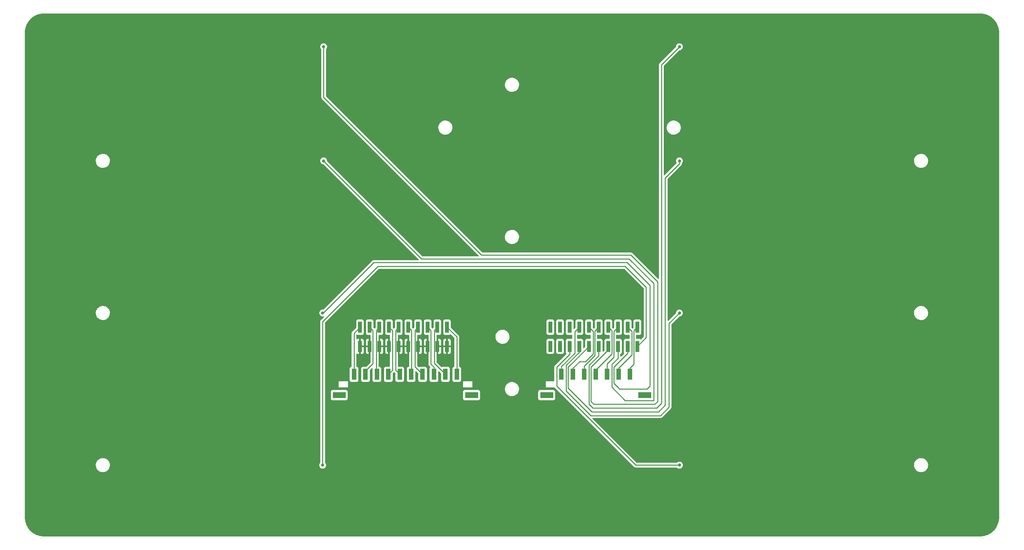
<source format=gbr>
%TF.GenerationSoftware,KiCad,Pcbnew,7.0.1*%
%TF.CreationDate,2025-06-01T15:38:47+02:00*%
%TF.ProjectId,federkontaktplatine_oben,66656465-726b-46f6-9e74-616b74706c61,rev?*%
%TF.SameCoordinates,Original*%
%TF.FileFunction,Copper,L1,Top*%
%TF.FilePolarity,Positive*%
%FSLAX46Y46*%
G04 Gerber Fmt 4.6, Leading zero omitted, Abs format (unit mm)*
G04 Created by KiCad (PCBNEW 7.0.1) date 2025-06-01 15:38:47*
%MOMM*%
%LPD*%
G01*
G04 APERTURE LIST*
%TA.AperFunction,SMDPad,CuDef*%
%ADD10R,1.000000X3.000000*%
%TD*%
%TA.AperFunction,SMDPad,CuDef*%
%ADD11R,1.270000X2.920000*%
%TD*%
%TA.AperFunction,SMDPad,CuDef*%
%ADD12R,3.430000X1.650000*%
%TD*%
%TA.AperFunction,ViaPad*%
%ADD13C,0.800000*%
%TD*%
%TA.AperFunction,Conductor*%
%ADD14C,0.250000*%
%TD*%
G04 APERTURE END LIST*
D10*
%TO.P,J4,1,Pin_1*%
%TO.N,Net-(J4-Pin_1)*%
X180930000Y-107520000D03*
%TO.P,J4,2,Pin_2*%
%TO.N,Net-(J2-Pin_1)*%
X180930000Y-102480000D03*
%TO.P,J4,3,Pin_3*%
%TO.N,Net-(J4-Pin_3)*%
X178390000Y-107520000D03*
%TO.P,J4,4,Pin_4*%
%TO.N,Net-(J2-Pin_2)*%
X178390000Y-102480000D03*
%TO.P,J4,5,Pin_5*%
%TO.N,Net-(J4-Pin_5)*%
X175850000Y-107520000D03*
%TO.P,J4,6,Pin_6*%
%TO.N,Net-(J2-Pin_3)*%
X175850000Y-102480000D03*
%TO.P,J4,7,Pin_7*%
%TO.N,Net-(J4-Pin_7)*%
X173310000Y-107520000D03*
%TO.P,J4,8,Pin_8*%
%TO.N,Net-(J2-Pin_4)*%
X173310000Y-102480000D03*
%TO.P,J4,9,Pin_9*%
%TO.N,Net-(J4-Pin_9)*%
X170770000Y-107520000D03*
%TO.P,J4,10,Pin_10*%
%TO.N,Net-(J2-Pin_5)*%
X170770000Y-102480000D03*
%TO.P,J4,11,Pin_11*%
%TO.N,Net-(J4-Pin_11)*%
X168230000Y-107520000D03*
%TO.P,J4,12,Pin_12*%
%TO.N,Net-(J2-Pin_6)*%
X168230000Y-102480000D03*
%TO.P,J4,13,Pin_13*%
%TO.N,Net-(J4-Pin_13)*%
X165690000Y-107520000D03*
%TO.P,J4,14,Pin_14*%
%TO.N,Net-(J2-Pin_7)*%
X165690000Y-102480000D03*
%TO.P,J4,15,Pin_15*%
%TO.N,Net-(J4-Pin_15)*%
X163150000Y-107520000D03*
%TO.P,J4,16,Pin_16*%
%TO.N,unconnected-(J4-Pin_16-Pad16)*%
X163150000Y-102480000D03*
%TO.P,J4,17,Pin_17*%
%TO.N,unconnected-(J4-Pin_17-Pad17)*%
X160610000Y-107520000D03*
%TO.P,J4,18,Pin_18*%
%TO.N,unconnected-(J4-Pin_18-Pad18)*%
X160610000Y-102480000D03*
%TO.P,J4,19,Pin_19*%
%TO.N,unconnected-(J4-Pin_19-Pad19)*%
X158070000Y-107520000D03*
%TO.P,J4,20,Pin_20*%
%TO.N,unconnected-(J4-Pin_20-Pad20)*%
X158070000Y-102480000D03*
%TD*%
%TO.P,J3,1,Pin_1*%
%TO.N,GND*%
X130930000Y-107520000D03*
%TO.P,J3,2,Pin_2*%
%TO.N,Net-(J1-Pin_1)*%
X130930000Y-102480000D03*
%TO.P,J3,3,Pin_3*%
%TO.N,GND*%
X128390000Y-107520000D03*
%TO.P,J3,4,Pin_4*%
%TO.N,Net-(J1-Pin_2)*%
X128390000Y-102480000D03*
%TO.P,J3,5,Pin_5*%
%TO.N,GND*%
X125850000Y-107520000D03*
%TO.P,J3,6,Pin_6*%
%TO.N,Net-(J1-Pin_3)*%
X125850000Y-102480000D03*
%TO.P,J3,7,Pin_7*%
%TO.N,GND*%
X123310000Y-107520000D03*
%TO.P,J3,8,Pin_8*%
%TO.N,Net-(J1-Pin_4)*%
X123310000Y-102480000D03*
%TO.P,J3,9,Pin_9*%
%TO.N,GND*%
X120770000Y-107520000D03*
%TO.P,J3,10,Pin_10*%
%TO.N,Net-(J1-Pin_5)*%
X120770000Y-102480000D03*
%TO.P,J3,11,Pin_11*%
%TO.N,GND*%
X118230000Y-107520000D03*
%TO.P,J3,12,Pin_12*%
%TO.N,Net-(J1-Pin_6)*%
X118230000Y-102480000D03*
%TO.P,J3,13,Pin_13*%
%TO.N,GND*%
X115690000Y-107520000D03*
%TO.P,J3,14,Pin_14*%
%TO.N,Net-(J1-Pin_7)*%
X115690000Y-102480000D03*
%TO.P,J3,15,Pin_15*%
%TO.N,GND*%
X113150000Y-107520000D03*
%TO.P,J3,16,Pin_16*%
%TO.N,Net-(J1-Pin_8)*%
X113150000Y-102480000D03*
%TO.P,J3,17,Pin_17*%
%TO.N,GND*%
X110610000Y-107520000D03*
%TO.P,J3,18,Pin_18*%
%TO.N,Net-(J1-Pin_9)*%
X110610000Y-102480000D03*
%TO.P,J3,19,Pin_19*%
%TO.N,GND*%
X108070000Y-107520000D03*
%TO.P,J3,20,Pin_20*%
%TO.N,Net-(J1-Pin_10)*%
X108070000Y-102480000D03*
%TD*%
D11*
%TO.P,J1,1,Pin_1*%
%TO.N,Net-(J1-Pin_1)*%
X133500000Y-114880000D03*
%TO.P,J1,2,Pin_2*%
%TO.N,Net-(J1-Pin_2)*%
X130500000Y-114880000D03*
%TO.P,J1,3,Pin_3*%
%TO.N,Net-(J1-Pin_3)*%
X127500000Y-114880000D03*
%TO.P,J1,4,Pin_4*%
%TO.N,Net-(J1-Pin_4)*%
X124500000Y-114880000D03*
%TO.P,J1,5,Pin_5*%
%TO.N,Net-(J1-Pin_5)*%
X121500000Y-114880000D03*
%TO.P,J1,6,Pin_6*%
%TO.N,Net-(J1-Pin_6)*%
X118500000Y-114880000D03*
%TO.P,J1,7,Pin_7*%
%TO.N,Net-(J1-Pin_7)*%
X115500000Y-114880000D03*
%TO.P,J1,8,Pin_8*%
%TO.N,Net-(J1-Pin_8)*%
X112500000Y-114880000D03*
%TO.P,J1,9,Pin_9*%
%TO.N,Net-(J1-Pin_9)*%
X109500000Y-114880000D03*
%TO.P,J1,10,Pin_10*%
%TO.N,Net-(J1-Pin_10)*%
X106500000Y-114880000D03*
D12*
%TO.P,J1,S1*%
%TO.N,N/C*%
X137385000Y-120350000D03*
%TO.P,J1,S2*%
X102615000Y-120350000D03*
%TD*%
D11*
%TO.P,J2,1,Pin_1*%
%TO.N,Net-(J2-Pin_1)*%
X179000000Y-114880000D03*
%TO.P,J2,2,Pin_2*%
%TO.N,Net-(J2-Pin_2)*%
X176000000Y-114880000D03*
%TO.P,J2,3,Pin_3*%
%TO.N,Net-(J2-Pin_3)*%
X173000000Y-114880000D03*
%TO.P,J2,4,Pin_4*%
%TO.N,Net-(J2-Pin_4)*%
X170000000Y-114880000D03*
%TO.P,J2,5,Pin_5*%
%TO.N,Net-(J2-Pin_5)*%
X167000000Y-114880000D03*
%TO.P,J2,6,Pin_6*%
%TO.N,Net-(J2-Pin_6)*%
X164000000Y-114880000D03*
%TO.P,J2,7,Pin_7*%
%TO.N,Net-(J2-Pin_7)*%
X161000000Y-114880000D03*
D12*
%TO.P,J2,S1*%
%TO.N,N/C*%
X182885000Y-120350000D03*
%TO.P,J2,S2*%
X157115000Y-120350000D03*
%TD*%
D13*
%TO.N,Net-(J4-Pin_1)*%
X98250000Y-138750000D03*
%TO.N,Net-(J4-Pin_3)*%
X98250000Y-98750000D03*
%TO.N,Net-(J4-Pin_5)*%
X98500000Y-58750000D03*
%TO.N,Net-(J4-Pin_7)*%
X98500000Y-28750000D03*
%TO.N,Net-(J4-Pin_9)*%
X192000000Y-28750000D03*
%TO.N,Net-(J4-Pin_11)*%
X192000000Y-58750000D03*
%TO.N,Net-(J4-Pin_13)*%
X192000000Y-98750000D03*
%TO.N,Net-(J4-Pin_15)*%
X192000000Y-138750000D03*
%TD*%
D14*
%TO.N,Net-(J2-Pin_1)*%
X180000000Y-112250000D02*
X180000000Y-103410000D01*
X180000000Y-103410000D02*
X180930000Y-102480000D01*
X179000000Y-114880000D02*
X179000000Y-113250000D01*
X179000000Y-113250000D02*
X180000000Y-112250000D01*
%TO.N,Net-(J2-Pin_2)*%
X176000000Y-114880000D02*
X176000000Y-113250000D01*
X179500000Y-109750000D02*
X179500000Y-103590000D01*
X179500000Y-103590000D02*
X178390000Y-102480000D01*
X176000000Y-113250000D02*
X179500000Y-109750000D01*
%TO.N,Net-(J2-Pin_3)*%
X173000000Y-114880000D02*
X173000000Y-112125000D01*
X174750000Y-110375000D02*
X174750000Y-103580000D01*
X174750000Y-103580000D02*
X175850000Y-102480000D01*
X173000000Y-112125000D02*
X174750000Y-110375000D01*
%TO.N,Net-(J2-Pin_4)*%
X170000000Y-113750000D02*
X174250000Y-109500000D01*
X170000000Y-114880000D02*
X170000000Y-113750000D01*
X174250000Y-103420000D02*
X173310000Y-102480000D01*
X174250000Y-109500000D02*
X174250000Y-103420000D01*
%TO.N,Net-(J2-Pin_5)*%
X167000000Y-112718750D02*
X169750000Y-109968750D01*
X169750000Y-103500000D02*
X170770000Y-102480000D01*
X167000000Y-114880000D02*
X167000000Y-112718750D01*
X169750000Y-109968750D02*
X169750000Y-103500000D01*
%TO.N,Net-(J2-Pin_6)*%
X169300000Y-109487500D02*
X169300000Y-103550000D01*
X165750000Y-111500000D02*
X167287500Y-111500000D01*
X164000000Y-114880000D02*
X164000000Y-113250000D01*
X164000000Y-113250000D02*
X165750000Y-111500000D01*
X167287500Y-111500000D02*
X169300000Y-109487500D01*
X169300000Y-103550000D02*
X168230000Y-102480000D01*
%TO.N,Net-(J2-Pin_7)*%
X161000000Y-114880000D02*
X161000000Y-112812500D01*
X164500000Y-103670000D02*
X165690000Y-102480000D01*
X164500000Y-109312500D02*
X164500000Y-103670000D01*
X161000000Y-112812500D02*
X164500000Y-109312500D01*
%TO.N,Net-(J4-Pin_1)*%
X98250000Y-101000000D02*
X98250000Y-138750000D01*
X183250000Y-92000000D02*
X177750000Y-86500000D01*
X112750000Y-86500000D02*
X98250000Y-101000000D01*
X180930000Y-107520000D02*
X183250000Y-105200000D01*
X183250000Y-105200000D02*
X183250000Y-92000000D01*
X177750000Y-86500000D02*
X112750000Y-86500000D01*
%TO.N,Net-(J4-Pin_3)*%
X184250000Y-91500000D02*
X178250000Y-85500000D01*
X178390000Y-107520000D02*
X178390000Y-109360000D01*
X178250000Y-85500000D02*
X111662037Y-85500000D01*
X178390000Y-109360000D02*
X174750000Y-113000000D01*
X174750000Y-117250000D02*
X176250000Y-118750000D01*
X98412037Y-98750000D02*
X98250000Y-98750000D01*
X183500000Y-118750000D02*
X184250000Y-118000000D01*
X176250000Y-118750000D02*
X183500000Y-118750000D01*
X184250000Y-118000000D02*
X184250000Y-91500000D01*
X174750000Y-113000000D02*
X174750000Y-117250000D01*
X111662037Y-85500000D02*
X98412037Y-98750000D01*
%TO.N,Net-(J4-Pin_5)*%
X185250000Y-121750000D02*
X177750000Y-121750000D01*
X178750000Y-84500000D02*
X185250000Y-91000000D01*
X124250000Y-84500000D02*
X178750000Y-84500000D01*
X185250000Y-91000000D02*
X185250000Y-121750000D01*
X177750000Y-121750000D02*
X174250000Y-118250000D01*
X174250000Y-118250000D02*
X174250000Y-112250000D01*
X174250000Y-112250000D02*
X175850000Y-110650000D01*
X175850000Y-110650000D02*
X175850000Y-107520000D01*
X98500000Y-58750000D02*
X124250000Y-84500000D01*
%TO.N,Net-(J4-Pin_7)*%
X186250000Y-90500000D02*
X179250000Y-83500000D01*
X185500000Y-122750000D02*
X186250000Y-122000000D01*
X140000000Y-83500000D02*
X98500000Y-42000000D01*
X173310000Y-108440000D02*
X168750000Y-113000000D01*
X186250000Y-122000000D02*
X186250000Y-90500000D01*
X169500000Y-122750000D02*
X185500000Y-122750000D01*
X168750000Y-122000000D02*
X169500000Y-122750000D01*
X173310000Y-107520000D02*
X173310000Y-108440000D01*
X179250000Y-83500000D02*
X140000000Y-83500000D01*
X168750000Y-113000000D02*
X168750000Y-122000000D01*
X98500000Y-42000000D02*
X98500000Y-28750000D01*
%TO.N,Net-(J4-Pin_9)*%
X170770000Y-109980000D02*
X168250000Y-112500000D01*
X169250000Y-123750000D02*
X186000000Y-123750000D01*
X168250000Y-112500000D02*
X168250000Y-122750000D01*
X170770000Y-107520000D02*
X170770000Y-109980000D01*
X187250000Y-122500000D02*
X187250000Y-33500000D01*
X186000000Y-123750000D02*
X187250000Y-122500000D01*
X187250000Y-33500000D02*
X192000000Y-28750000D01*
X168250000Y-122750000D02*
X169250000Y-123750000D01*
%TO.N,Net-(J4-Pin_11)*%
X192000000Y-59500000D02*
X192000000Y-58750000D01*
X162750000Y-113000000D02*
X162750000Y-118500000D01*
X188250000Y-63250000D02*
X192000000Y-59500000D01*
X169000000Y-124750000D02*
X186500000Y-124750000D01*
X186500000Y-124750000D02*
X188250000Y-123000000D01*
X188250000Y-123000000D02*
X188250000Y-63250000D01*
X168230000Y-107520000D02*
X162750000Y-113000000D01*
X162750000Y-118500000D02*
X169000000Y-124750000D01*
%TO.N,Net-(J4-Pin_13)*%
X165690000Y-107520000D02*
X165690000Y-109060000D01*
X162250000Y-112500000D02*
X162250000Y-119250000D01*
X165690000Y-109060000D02*
X162250000Y-112500000D01*
X168750000Y-125750000D02*
X187000000Y-125750000D01*
X162250000Y-119250000D02*
X168750000Y-125750000D01*
X189250000Y-101500000D02*
X192000000Y-98750000D01*
X187000000Y-125750000D02*
X189250000Y-123500000D01*
X189250000Y-123500000D02*
X189250000Y-101500000D01*
%TO.N,Net-(J4-Pin_15)*%
X159750000Y-118000000D02*
X159750000Y-113000000D01*
X180500000Y-138750000D02*
X159750000Y-118000000D01*
X159750000Y-113000000D02*
X163150000Y-109600000D01*
X163150000Y-109600000D02*
X163150000Y-107520000D01*
X192000000Y-138750000D02*
X180500000Y-138750000D01*
%TO.N,Net-(J1-Pin_10)*%
X106500000Y-104050000D02*
X108070000Y-102480000D01*
X106500000Y-114880000D02*
X106500000Y-104050000D01*
%TO.N,Net-(J1-Pin_9)*%
X111435000Y-112065000D02*
X111435000Y-103305000D01*
X109500000Y-114880000D02*
X109500000Y-114000000D01*
X111435000Y-103305000D02*
X110610000Y-102480000D01*
X109500000Y-114000000D02*
X111435000Y-112065000D01*
%TO.N,Net-(J1-Pin_8)*%
X112500000Y-114880000D02*
X112325000Y-114705000D01*
X112325000Y-114705000D02*
X112325000Y-103305000D01*
X112325000Y-103305000D02*
X113150000Y-102480000D01*
%TO.N,Net-(J1-Pin_7)*%
X116560000Y-103350000D02*
X115690000Y-102480000D01*
X115500000Y-114880000D02*
X116560000Y-113820000D01*
X116560000Y-113820000D02*
X116560000Y-103350000D01*
%TO.N,Net-(J1-Pin_6)*%
X117405000Y-113785000D02*
X117405000Y-103305000D01*
X117405000Y-103305000D02*
X118230000Y-102480000D01*
X118500000Y-114880000D02*
X117405000Y-113785000D01*
%TO.N,Net-(J1-Pin_5)*%
X121500000Y-114880000D02*
X121595000Y-114785000D01*
X121595000Y-114785000D02*
X121595000Y-103305000D01*
X121595000Y-103305000D02*
X120770000Y-102480000D01*
%TO.N,Net-(J1-Pin_4)*%
X124500000Y-114880000D02*
X122485000Y-112865000D01*
X122485000Y-103305000D02*
X123310000Y-102480000D01*
X122485000Y-112865000D02*
X122485000Y-103305000D01*
%TO.N,Net-(J1-Pin_3)*%
X126675000Y-112175000D02*
X126675000Y-103305000D01*
X126675000Y-103305000D02*
X125850000Y-102480000D01*
X127500000Y-113000000D02*
X126675000Y-112175000D01*
X127500000Y-114880000D02*
X127500000Y-113000000D01*
%TO.N,Net-(J1-Pin_2)*%
X127565000Y-103305000D02*
X128390000Y-102480000D01*
X127565000Y-111945000D02*
X127565000Y-103305000D01*
X130500000Y-114880000D02*
X127565000Y-111945000D01*
%TO.N,Net-(J1-Pin_1)*%
X133500000Y-105050000D02*
X130930000Y-102480000D01*
X133500000Y-114880000D02*
X133500000Y-105050000D01*
%TD*%
%TA.AperFunction,Conductor*%
%TO.N,GND*%
G36*
X271002562Y-20000605D02*
G01*
X271217600Y-20009500D01*
X271413455Y-20018052D01*
X271423330Y-20018881D01*
X271636706Y-20045479D01*
X271636793Y-20045490D01*
X271834945Y-20071577D01*
X271844192Y-20073153D01*
X272053521Y-20117044D01*
X272054765Y-20117312D01*
X272250386Y-20160680D01*
X272258901Y-20162889D01*
X272463665Y-20223850D01*
X272465325Y-20224359D01*
X272656696Y-20284698D01*
X272664453Y-20287431D01*
X272863363Y-20365046D01*
X272865513Y-20365911D01*
X273051024Y-20442752D01*
X273057972Y-20445886D01*
X273225903Y-20527982D01*
X273249587Y-20539561D01*
X273252383Y-20540972D01*
X273430420Y-20633652D01*
X273436636Y-20637118D01*
X273619793Y-20746255D01*
X273622929Y-20748187D01*
X273686491Y-20788681D01*
X273792282Y-20856078D01*
X273797710Y-20859741D01*
X273971184Y-20983599D01*
X273974616Y-20986140D01*
X274133912Y-21108372D01*
X274138567Y-21112126D01*
X274301226Y-21249891D01*
X274304838Y-21253072D01*
X274452925Y-21388769D01*
X274456807Y-21392486D01*
X274607512Y-21543191D01*
X274611232Y-21547076D01*
X274746921Y-21695155D01*
X274750107Y-21698772D01*
X274887872Y-21861431D01*
X274891626Y-21866086D01*
X275013858Y-22025382D01*
X275016399Y-22028814D01*
X275140257Y-22202288D01*
X275143920Y-22207716D01*
X275251800Y-22377052D01*
X275253743Y-22380205D01*
X275362880Y-22563362D01*
X275366346Y-22569578D01*
X275459026Y-22747615D01*
X275460437Y-22750411D01*
X275554099Y-22941997D01*
X275557260Y-22949005D01*
X275634051Y-23134395D01*
X275635008Y-23136774D01*
X275712559Y-23335523D01*
X275715302Y-23343309D01*
X275775602Y-23534554D01*
X275776186Y-23536460D01*
X275837105Y-23741084D01*
X275839321Y-23749627D01*
X275882671Y-23945166D01*
X275882971Y-23946559D01*
X275926844Y-24155802D01*
X275928422Y-24165062D01*
X275954459Y-24362829D01*
X275954568Y-24363677D01*
X275981114Y-24576641D01*
X275981948Y-24586570D01*
X275990513Y-24782728D01*
X275990525Y-24783013D01*
X275999394Y-24997438D01*
X275999500Y-25002562D01*
X275999500Y-152497438D01*
X275999394Y-152502563D01*
X275990525Y-152716987D01*
X275990513Y-152717271D01*
X275981948Y-152913428D01*
X275981114Y-152923357D01*
X275954568Y-153136321D01*
X275954459Y-153137169D01*
X275928422Y-153334936D01*
X275926844Y-153344196D01*
X275882971Y-153553439D01*
X275882671Y-153554832D01*
X275839321Y-153750371D01*
X275837105Y-153758914D01*
X275776186Y-153963538D01*
X275775602Y-153965444D01*
X275715302Y-154156689D01*
X275712559Y-154164475D01*
X275635008Y-154363224D01*
X275634051Y-154365603D01*
X275557260Y-154550993D01*
X275554099Y-154558001D01*
X275460437Y-154749587D01*
X275459026Y-154752383D01*
X275366346Y-154930420D01*
X275362880Y-154936636D01*
X275253743Y-155119793D01*
X275251800Y-155122946D01*
X275143920Y-155292282D01*
X275140257Y-155297710D01*
X275016399Y-155471184D01*
X275013858Y-155474616D01*
X274891626Y-155633912D01*
X274887872Y-155638567D01*
X274750107Y-155801226D01*
X274746908Y-155804858D01*
X274611254Y-155952899D01*
X274607512Y-155956807D01*
X274456807Y-156107512D01*
X274452899Y-156111254D01*
X274304858Y-156246908D01*
X274301226Y-156250107D01*
X274138567Y-156387872D01*
X274133912Y-156391626D01*
X273974616Y-156513858D01*
X273971184Y-156516399D01*
X273797710Y-156640257D01*
X273792282Y-156643920D01*
X273622946Y-156751800D01*
X273619793Y-156753743D01*
X273436636Y-156862880D01*
X273430420Y-156866346D01*
X273252383Y-156959026D01*
X273249587Y-156960437D01*
X273058001Y-157054099D01*
X273050993Y-157057260D01*
X272865603Y-157134051D01*
X272863224Y-157135008D01*
X272664475Y-157212559D01*
X272656689Y-157215302D01*
X272465444Y-157275602D01*
X272463538Y-157276186D01*
X272258914Y-157337105D01*
X272250371Y-157339321D01*
X272054832Y-157382671D01*
X272053439Y-157382971D01*
X271844196Y-157426844D01*
X271834936Y-157428422D01*
X271637169Y-157454459D01*
X271636321Y-157454568D01*
X271423357Y-157481114D01*
X271413428Y-157481948D01*
X271217381Y-157490508D01*
X271217097Y-157490520D01*
X271002563Y-157499394D01*
X270997438Y-157499500D01*
X25002562Y-157499500D01*
X24997437Y-157499394D01*
X24782901Y-157490520D01*
X24782617Y-157490508D01*
X24586570Y-157481948D01*
X24576641Y-157481114D01*
X24363677Y-157454568D01*
X24362829Y-157454459D01*
X24165062Y-157428422D01*
X24155802Y-157426844D01*
X23946559Y-157382971D01*
X23945166Y-157382671D01*
X23749627Y-157339321D01*
X23741084Y-157337105D01*
X23536460Y-157276186D01*
X23534554Y-157275602D01*
X23343309Y-157215302D01*
X23335523Y-157212559D01*
X23206985Y-157162404D01*
X23136734Y-157134991D01*
X23134395Y-157134051D01*
X22949005Y-157057260D01*
X22941997Y-157054099D01*
X22750411Y-156960437D01*
X22747615Y-156959026D01*
X22569578Y-156866346D01*
X22563362Y-156862880D01*
X22380205Y-156753743D01*
X22377052Y-156751800D01*
X22207716Y-156643920D01*
X22202288Y-156640257D01*
X22028814Y-156516399D01*
X22025382Y-156513858D01*
X21866086Y-156391626D01*
X21861431Y-156387872D01*
X21698772Y-156250107D01*
X21695155Y-156246921D01*
X21547076Y-156111232D01*
X21543191Y-156107512D01*
X21392486Y-155956807D01*
X21388769Y-155952925D01*
X21253072Y-155804838D01*
X21249891Y-155801226D01*
X21112126Y-155638567D01*
X21108372Y-155633912D01*
X20986140Y-155474616D01*
X20983599Y-155471184D01*
X20859741Y-155297710D01*
X20856078Y-155292282D01*
X20748198Y-155122946D01*
X20746255Y-155119793D01*
X20637118Y-154936636D01*
X20633652Y-154930420D01*
X20540972Y-154752383D01*
X20539561Y-154749587D01*
X20527982Y-154725903D01*
X20445886Y-154557972D01*
X20442752Y-154551024D01*
X20365911Y-154365513D01*
X20365046Y-154363363D01*
X20287431Y-154164453D01*
X20284696Y-154156689D01*
X20224359Y-153965325D01*
X20223850Y-153963665D01*
X20162889Y-153758901D01*
X20160680Y-153750386D01*
X20117312Y-153554765D01*
X20117027Y-153553439D01*
X20111495Y-153527057D01*
X20073153Y-153344192D01*
X20071576Y-153334936D01*
X20045490Y-153136793D01*
X20045483Y-153136743D01*
X20018881Y-152923330D01*
X20018052Y-152913455D01*
X20009486Y-152717271D01*
X20000605Y-152502562D01*
X20000500Y-152497439D01*
X20000500Y-138817764D01*
X38645787Y-138817764D01*
X38675413Y-139087016D01*
X38675414Y-139087018D01*
X38743928Y-139349088D01*
X38822572Y-139534152D01*
X38849871Y-139598392D01*
X38990982Y-139829611D01*
X39080253Y-139936881D01*
X39164255Y-140037820D01*
X39365998Y-140218582D01*
X39591910Y-140368044D01*
X39698211Y-140417875D01*
X39837177Y-140483021D01*
X40096562Y-140561058D01*
X40096569Y-140561060D01*
X40364561Y-140600500D01*
X40567631Y-140600500D01*
X40567634Y-140600500D01*
X40770156Y-140585677D01*
X40770156Y-140585676D01*
X41034553Y-140526780D01*
X41287558Y-140430014D01*
X41523777Y-140297441D01*
X41738177Y-140131888D01*
X41926186Y-139936881D01*
X42083799Y-139716579D01*
X42207656Y-139475675D01*
X42295118Y-139219305D01*
X42344319Y-138952933D01*
X42351735Y-138749999D01*
X97344540Y-138749999D01*
X97364326Y-138938257D01*
X97422820Y-139118284D01*
X97517466Y-139282216D01*
X97644129Y-139422889D01*
X97797269Y-139534151D01*
X97970197Y-139611144D01*
X98155352Y-139650500D01*
X98155354Y-139650500D01*
X98344646Y-139650500D01*
X98344648Y-139650500D01*
X98468083Y-139624262D01*
X98529803Y-139611144D01*
X98702730Y-139534151D01*
X98855871Y-139422888D01*
X98982533Y-139282216D01*
X99077179Y-139118284D01*
X99135674Y-138938256D01*
X99155460Y-138750000D01*
X99135674Y-138561744D01*
X99105332Y-138468363D01*
X99077179Y-138381715D01*
X98982535Y-138217786D01*
X98969427Y-138203229D01*
X98907347Y-138134282D01*
X98883736Y-138095751D01*
X98875500Y-138051313D01*
X98875500Y-121222869D01*
X100399500Y-121222869D01*
X100405909Y-121282483D01*
X100456204Y-121417331D01*
X100542454Y-121532546D01*
X100657669Y-121618796D01*
X100792517Y-121669091D01*
X100852127Y-121675500D01*
X104377872Y-121675499D01*
X104437483Y-121669091D01*
X104572331Y-121618796D01*
X104687546Y-121532546D01*
X104773796Y-121417331D01*
X104824091Y-121282483D01*
X104830500Y-121222873D01*
X104830500Y-121222869D01*
X135169500Y-121222869D01*
X135175909Y-121282483D01*
X135226204Y-121417331D01*
X135312454Y-121532546D01*
X135427669Y-121618796D01*
X135562517Y-121669091D01*
X135622127Y-121675500D01*
X139147872Y-121675499D01*
X139207483Y-121669091D01*
X139342331Y-121618796D01*
X139457546Y-121532546D01*
X139543796Y-121417331D01*
X139594091Y-121282483D01*
X139600500Y-121222873D01*
X139600500Y-121222869D01*
X154899500Y-121222869D01*
X154905909Y-121282483D01*
X154956204Y-121417331D01*
X155042454Y-121532546D01*
X155157669Y-121618796D01*
X155292517Y-121669091D01*
X155352127Y-121675500D01*
X158877872Y-121675499D01*
X158937483Y-121669091D01*
X159072331Y-121618796D01*
X159187546Y-121532546D01*
X159273796Y-121417331D01*
X159324091Y-121282483D01*
X159330500Y-121222873D01*
X159330499Y-119477128D01*
X159324091Y-119417517D01*
X159273796Y-119282669D01*
X159187546Y-119167454D01*
X159072331Y-119081204D01*
X158937483Y-119030909D01*
X158877873Y-119024500D01*
X158877869Y-119024500D01*
X155352130Y-119024500D01*
X155292515Y-119030909D01*
X155157669Y-119081204D01*
X155042454Y-119167454D01*
X154956204Y-119282668D01*
X154905909Y-119417516D01*
X154899500Y-119477130D01*
X154899500Y-121222869D01*
X139600500Y-121222869D01*
X139600499Y-119477128D01*
X139594091Y-119417517D01*
X139543796Y-119282669D01*
X139457546Y-119167454D01*
X139342331Y-119081204D01*
X139207483Y-119030909D01*
X139147873Y-119024500D01*
X139147869Y-119024500D01*
X135622130Y-119024500D01*
X135562515Y-119030909D01*
X135427669Y-119081204D01*
X135312454Y-119167454D01*
X135226204Y-119282668D01*
X135175909Y-119417516D01*
X135169500Y-119477130D01*
X135169500Y-121222869D01*
X104830500Y-121222869D01*
X104830499Y-119477128D01*
X104824091Y-119417517D01*
X104773796Y-119282669D01*
X104687546Y-119167454D01*
X104572331Y-119081204D01*
X104437483Y-119030909D01*
X104377873Y-119024500D01*
X104377869Y-119024500D01*
X100852130Y-119024500D01*
X100792515Y-119030909D01*
X100657669Y-119081204D01*
X100542454Y-119167454D01*
X100456204Y-119282668D01*
X100405909Y-119417516D01*
X100399500Y-119477130D01*
X100399500Y-121222869D01*
X98875500Y-121222869D01*
X98875500Y-118817764D01*
X146145787Y-118817764D01*
X146175413Y-119087016D01*
X146209998Y-119219304D01*
X146243928Y-119349088D01*
X146324130Y-119537818D01*
X146349871Y-119598392D01*
X146490982Y-119829611D01*
X146580253Y-119936881D01*
X146664255Y-120037820D01*
X146865998Y-120218582D01*
X147091910Y-120368044D01*
X147198211Y-120417875D01*
X147337177Y-120483021D01*
X147596562Y-120561058D01*
X147596569Y-120561060D01*
X147864561Y-120600500D01*
X148067631Y-120600500D01*
X148067634Y-120600500D01*
X148270156Y-120585677D01*
X148270155Y-120585677D01*
X148534553Y-120526780D01*
X148787558Y-120430014D01*
X149023777Y-120297441D01*
X149238177Y-120131888D01*
X149426186Y-119936881D01*
X149583799Y-119716579D01*
X149707656Y-119475675D01*
X149795118Y-119219305D01*
X149844319Y-118952933D01*
X149854212Y-118682235D01*
X149824586Y-118412982D01*
X149756072Y-118150912D01*
X149650130Y-117901610D01*
X149549670Y-117737000D01*
X149509017Y-117670388D01*
X149335746Y-117462181D01*
X149230758Y-117368112D01*
X149134002Y-117281418D01*
X148908090Y-117131956D01*
X148908086Y-117131954D01*
X148662822Y-117016978D01*
X148403437Y-116938941D01*
X148403431Y-116938940D01*
X148135439Y-116899500D01*
X147932369Y-116899500D01*
X147932366Y-116899500D01*
X147729843Y-116914322D01*
X147465449Y-116973219D01*
X147212441Y-117069986D01*
X146976223Y-117202559D01*
X146761825Y-117368109D01*
X146573813Y-117563120D01*
X146416201Y-117783420D01*
X146292342Y-118024329D01*
X146204881Y-118280695D01*
X146155680Y-118547066D01*
X146145787Y-118817764D01*
X98875500Y-118817764D01*
X98875500Y-116700000D01*
X102425000Y-116700000D01*
X102425000Y-118300000D01*
X104875000Y-118300000D01*
X104875000Y-116700000D01*
X102425000Y-116700000D01*
X98875500Y-116700000D01*
X98875500Y-116387869D01*
X105364500Y-116387869D01*
X105370909Y-116447483D01*
X105421204Y-116582331D01*
X105507454Y-116697546D01*
X105622669Y-116783796D01*
X105757517Y-116834091D01*
X105817127Y-116840500D01*
X107182872Y-116840499D01*
X107242483Y-116834091D01*
X107377331Y-116783796D01*
X107492546Y-116697546D01*
X107578796Y-116582331D01*
X107629091Y-116447483D01*
X107635500Y-116387873D01*
X107635500Y-116387869D01*
X108364500Y-116387869D01*
X108370909Y-116447483D01*
X108421204Y-116582331D01*
X108507454Y-116697546D01*
X108622669Y-116783796D01*
X108757517Y-116834091D01*
X108817127Y-116840500D01*
X110182872Y-116840499D01*
X110242483Y-116834091D01*
X110377331Y-116783796D01*
X110492546Y-116697546D01*
X110578796Y-116582331D01*
X110629091Y-116447483D01*
X110635500Y-116387873D01*
X110635499Y-113800452D01*
X110644938Y-113753000D01*
X110671818Y-113712772D01*
X110885500Y-113499090D01*
X111158366Y-113226223D01*
X111210260Y-113195182D01*
X111270669Y-113192377D01*
X111325220Y-113218476D01*
X111360940Y-113267272D01*
X111369334Y-113327160D01*
X111364500Y-113372128D01*
X111364500Y-116387869D01*
X111370909Y-116447483D01*
X111421204Y-116582331D01*
X111507454Y-116697546D01*
X111622669Y-116783796D01*
X111757517Y-116834091D01*
X111817127Y-116840500D01*
X113182872Y-116840499D01*
X113242483Y-116834091D01*
X113377331Y-116783796D01*
X113492546Y-116697546D01*
X113578796Y-116582331D01*
X113629091Y-116447483D01*
X113635500Y-116387873D01*
X113635500Y-116387869D01*
X114364500Y-116387869D01*
X114370909Y-116447483D01*
X114421204Y-116582331D01*
X114507454Y-116697546D01*
X114622669Y-116783796D01*
X114757517Y-116834091D01*
X114817127Y-116840500D01*
X116182872Y-116840499D01*
X116242483Y-116834091D01*
X116377331Y-116783796D01*
X116492546Y-116697546D01*
X116578796Y-116582331D01*
X116629091Y-116447483D01*
X116635500Y-116387873D01*
X116635499Y-114680451D01*
X116644938Y-114632999D01*
X116671815Y-114592774D01*
X116912318Y-114352271D01*
X116967907Y-114320177D01*
X117032094Y-114320177D01*
X117087681Y-114352271D01*
X117328181Y-114592771D01*
X117355061Y-114632999D01*
X117364500Y-114680452D01*
X117364500Y-116387869D01*
X117370909Y-116447483D01*
X117421204Y-116582331D01*
X117507454Y-116697546D01*
X117622669Y-116783796D01*
X117757517Y-116834091D01*
X117817127Y-116840500D01*
X119182872Y-116840499D01*
X119242483Y-116834091D01*
X119377331Y-116783796D01*
X119492546Y-116697546D01*
X119578796Y-116582331D01*
X119629091Y-116447483D01*
X119635500Y-116387873D01*
X119635499Y-113372128D01*
X119629091Y-113312517D01*
X119578796Y-113177669D01*
X119492546Y-113062454D01*
X119377331Y-112976204D01*
X119242483Y-112925909D01*
X119182873Y-112919500D01*
X119182869Y-112919500D01*
X119182835Y-112919500D01*
X118154499Y-112919500D01*
X118092500Y-112902888D01*
X118047113Y-112857501D01*
X118030500Y-112795501D01*
X118030500Y-107770000D01*
X118480000Y-107770000D01*
X118480000Y-109520000D01*
X118777824Y-109520000D01*
X118837375Y-109513597D01*
X118972089Y-109463352D01*
X119087188Y-109377188D01*
X119173352Y-109262089D01*
X119223597Y-109127375D01*
X119230000Y-109067824D01*
X119230000Y-107770000D01*
X119770000Y-107770000D01*
X119770000Y-109067824D01*
X119776402Y-109127375D01*
X119826647Y-109262089D01*
X119912811Y-109377188D01*
X120027910Y-109463352D01*
X120162624Y-109513597D01*
X120222176Y-109520000D01*
X120520000Y-109520000D01*
X120520000Y-107770000D01*
X119770000Y-107770000D01*
X119230000Y-107770000D01*
X118480000Y-107770000D01*
X118030500Y-107770000D01*
X118030500Y-105520000D01*
X118480000Y-105520000D01*
X118480000Y-107270000D01*
X119230000Y-107270000D01*
X119770000Y-107270000D01*
X120520000Y-107270000D01*
X120520000Y-105520000D01*
X120222176Y-105520000D01*
X120162624Y-105526402D01*
X120027910Y-105576647D01*
X119912811Y-105662811D01*
X119826647Y-105777910D01*
X119776402Y-105912624D01*
X119770000Y-105972176D01*
X119770000Y-107270000D01*
X119230000Y-107270000D01*
X119230000Y-105972176D01*
X119223597Y-105912624D01*
X119173352Y-105777910D01*
X119087188Y-105662811D01*
X118972089Y-105576647D01*
X118837375Y-105526402D01*
X118777824Y-105520000D01*
X118480000Y-105520000D01*
X118030500Y-105520000D01*
X118030500Y-104604500D01*
X118047113Y-104542500D01*
X118092500Y-104497113D01*
X118154500Y-104480500D01*
X118777853Y-104480499D01*
X118777872Y-104480499D01*
X118837483Y-104474091D01*
X118972331Y-104423796D01*
X119087546Y-104337546D01*
X119173796Y-104222331D01*
X119224091Y-104087483D01*
X119230500Y-104027873D01*
X119230500Y-104027869D01*
X119769500Y-104027869D01*
X119775050Y-104079493D01*
X119775909Y-104087483D01*
X119826204Y-104222331D01*
X119912454Y-104337546D01*
X120027669Y-104423796D01*
X120162517Y-104474091D01*
X120222127Y-104480500D01*
X120845500Y-104480499D01*
X120907500Y-104497112D01*
X120952887Y-104542499D01*
X120969500Y-104604499D01*
X120969500Y-112795501D01*
X120952887Y-112857501D01*
X120907500Y-112902888D01*
X120845500Y-112919501D01*
X120817128Y-112919501D01*
X120787322Y-112922705D01*
X120757515Y-112925909D01*
X120622669Y-112976204D01*
X120507454Y-113062454D01*
X120421204Y-113177668D01*
X120370909Y-113312516D01*
X120364500Y-113372130D01*
X120364500Y-116387869D01*
X120370909Y-116447483D01*
X120421204Y-116582331D01*
X120507454Y-116697546D01*
X120622669Y-116783796D01*
X120757517Y-116834091D01*
X120817127Y-116840500D01*
X122182872Y-116840499D01*
X122242483Y-116834091D01*
X122377331Y-116783796D01*
X122492546Y-116697546D01*
X122578796Y-116582331D01*
X122629091Y-116447483D01*
X122635500Y-116387873D01*
X122635499Y-114199450D01*
X122649014Y-114143156D01*
X122686614Y-114099133D01*
X122740101Y-114076978D01*
X122797817Y-114081520D01*
X122847179Y-114111769D01*
X123328182Y-114592773D01*
X123355061Y-114632999D01*
X123364500Y-114680452D01*
X123364500Y-116387869D01*
X123370909Y-116447483D01*
X123421204Y-116582331D01*
X123507454Y-116697546D01*
X123622669Y-116783796D01*
X123757517Y-116834091D01*
X123817127Y-116840500D01*
X125182872Y-116840499D01*
X125242483Y-116834091D01*
X125377331Y-116783796D01*
X125492546Y-116697546D01*
X125578796Y-116582331D01*
X125629091Y-116447483D01*
X125635500Y-116387873D01*
X125635499Y-113372128D01*
X125629091Y-113312517D01*
X125578796Y-113177669D01*
X125492546Y-113062454D01*
X125377331Y-112976204D01*
X125242483Y-112925909D01*
X125182873Y-112919500D01*
X125182869Y-112919500D01*
X123817130Y-112919500D01*
X123757515Y-112925909D01*
X123663527Y-112960965D01*
X123622669Y-112976204D01*
X123622668Y-112976204D01*
X123605964Y-112982435D01*
X123605758Y-112981882D01*
X123573793Y-112995568D01*
X123515477Y-112991395D01*
X123465556Y-112960965D01*
X123146819Y-112642228D01*
X123119939Y-112602000D01*
X123110500Y-112554547D01*
X123110500Y-107770000D01*
X123560000Y-107770000D01*
X123560000Y-109520000D01*
X123857824Y-109520000D01*
X123917375Y-109513597D01*
X124052089Y-109463352D01*
X124167188Y-109377188D01*
X124253352Y-109262089D01*
X124303597Y-109127375D01*
X124310000Y-109067824D01*
X124310000Y-107770000D01*
X124850000Y-107770000D01*
X124850000Y-109067824D01*
X124856402Y-109127375D01*
X124906647Y-109262089D01*
X124992811Y-109377188D01*
X125107910Y-109463352D01*
X125242624Y-109513597D01*
X125302176Y-109520000D01*
X125600000Y-109520000D01*
X125600000Y-107770000D01*
X124850000Y-107770000D01*
X124310000Y-107770000D01*
X123560000Y-107770000D01*
X123110500Y-107770000D01*
X123110500Y-105520000D01*
X123560000Y-105520000D01*
X123560000Y-107270000D01*
X124310000Y-107270000D01*
X124850000Y-107270000D01*
X125600000Y-107270000D01*
X125600000Y-105520000D01*
X125302176Y-105520000D01*
X125242624Y-105526402D01*
X125107910Y-105576647D01*
X124992811Y-105662811D01*
X124906647Y-105777910D01*
X124856402Y-105912624D01*
X124850000Y-105972176D01*
X124850000Y-107270000D01*
X124310000Y-107270000D01*
X124310000Y-105972176D01*
X124303597Y-105912624D01*
X124253352Y-105777910D01*
X124167188Y-105662811D01*
X124052089Y-105576647D01*
X123917375Y-105526402D01*
X123857824Y-105520000D01*
X123560000Y-105520000D01*
X123110500Y-105520000D01*
X123110500Y-104604500D01*
X123127113Y-104542500D01*
X123172500Y-104497113D01*
X123234500Y-104480500D01*
X123857853Y-104480499D01*
X123857872Y-104480499D01*
X123917483Y-104474091D01*
X124052331Y-104423796D01*
X124167546Y-104337546D01*
X124253796Y-104222331D01*
X124304091Y-104087483D01*
X124310500Y-104027873D01*
X124310500Y-104027869D01*
X124849500Y-104027869D01*
X124855050Y-104079493D01*
X124855909Y-104087483D01*
X124906204Y-104222331D01*
X124992454Y-104337546D01*
X125107669Y-104423796D01*
X125242517Y-104474091D01*
X125302127Y-104480500D01*
X125925500Y-104480499D01*
X125987500Y-104497112D01*
X126032887Y-104542499D01*
X126049500Y-104604499D01*
X126049500Y-112092256D01*
X126047235Y-112112762D01*
X126049439Y-112182873D01*
X126049500Y-112186768D01*
X126049500Y-112214349D01*
X126050003Y-112218334D01*
X126050918Y-112229967D01*
X126052290Y-112273626D01*
X126057879Y-112292860D01*
X126061825Y-112311916D01*
X126064335Y-112331792D01*
X126080414Y-112372404D01*
X126084197Y-112383451D01*
X126096382Y-112425391D01*
X126106580Y-112442635D01*
X126115136Y-112460100D01*
X126122514Y-112478732D01*
X126122515Y-112478733D01*
X126148180Y-112514059D01*
X126154593Y-112523822D01*
X126176826Y-112561416D01*
X126176829Y-112561419D01*
X126176830Y-112561420D01*
X126190995Y-112575585D01*
X126203627Y-112590375D01*
X126215406Y-112606587D01*
X126249058Y-112634426D01*
X126257699Y-112642289D01*
X126504431Y-112889022D01*
X126534862Y-112938947D01*
X126539033Y-112997266D01*
X126516017Y-113051013D01*
X126421205Y-113177666D01*
X126370909Y-113312516D01*
X126364500Y-113372130D01*
X126364500Y-116387869D01*
X126370909Y-116447483D01*
X126421204Y-116582331D01*
X126507454Y-116697546D01*
X126622669Y-116783796D01*
X126757517Y-116834091D01*
X126817127Y-116840500D01*
X128182872Y-116840499D01*
X128242483Y-116834091D01*
X128377331Y-116783796D01*
X128492546Y-116697546D01*
X128578796Y-116582331D01*
X128629091Y-116447483D01*
X128635500Y-116387873D01*
X128635499Y-114199450D01*
X128649014Y-114143156D01*
X128686614Y-114099133D01*
X128740101Y-114076978D01*
X128797817Y-114081520D01*
X128847179Y-114111769D01*
X129328182Y-114592773D01*
X129355061Y-114632999D01*
X129364500Y-114680452D01*
X129364500Y-116387869D01*
X129370909Y-116447483D01*
X129421204Y-116582331D01*
X129507454Y-116697546D01*
X129622669Y-116783796D01*
X129757517Y-116834091D01*
X129817127Y-116840500D01*
X131182872Y-116840499D01*
X131242483Y-116834091D01*
X131377331Y-116783796D01*
X131492546Y-116697546D01*
X131578796Y-116582331D01*
X131629091Y-116447483D01*
X131635500Y-116387873D01*
X131635499Y-113372128D01*
X131629091Y-113312517D01*
X131578796Y-113177669D01*
X131492546Y-113062454D01*
X131377331Y-112976204D01*
X131242483Y-112925909D01*
X131182873Y-112919500D01*
X131182869Y-112919500D01*
X129817130Y-112919500D01*
X129757515Y-112925909D01*
X129605964Y-112982434D01*
X129605758Y-112981882D01*
X129573793Y-112995568D01*
X129515477Y-112991395D01*
X129465555Y-112960965D01*
X128852761Y-112348171D01*
X128226819Y-111722228D01*
X128199939Y-111682000D01*
X128190500Y-111634547D01*
X128190500Y-107770000D01*
X128640000Y-107770000D01*
X128640000Y-109520000D01*
X128937824Y-109520000D01*
X128997375Y-109513597D01*
X129132089Y-109463352D01*
X129247188Y-109377188D01*
X129333352Y-109262089D01*
X129383597Y-109127375D01*
X129390000Y-109067824D01*
X129390000Y-107770000D01*
X129930000Y-107770000D01*
X129930000Y-109067824D01*
X129936402Y-109127375D01*
X129986647Y-109262089D01*
X130072811Y-109377188D01*
X130187910Y-109463352D01*
X130322624Y-109513597D01*
X130382176Y-109520000D01*
X130680000Y-109520000D01*
X130680000Y-107770000D01*
X131180000Y-107770000D01*
X131180000Y-109520000D01*
X131477824Y-109520000D01*
X131537375Y-109513597D01*
X131672089Y-109463352D01*
X131787188Y-109377188D01*
X131873352Y-109262089D01*
X131923597Y-109127375D01*
X131930000Y-109067824D01*
X131930000Y-107770000D01*
X131180000Y-107770000D01*
X130680000Y-107770000D01*
X129930000Y-107770000D01*
X129390000Y-107770000D01*
X128640000Y-107770000D01*
X128190500Y-107770000D01*
X128190500Y-105520000D01*
X128640000Y-105520000D01*
X128640000Y-107270000D01*
X129390000Y-107270000D01*
X129930000Y-107270000D01*
X130680000Y-107270000D01*
X130680000Y-105520000D01*
X131180000Y-105520000D01*
X131180000Y-107270000D01*
X131930000Y-107270000D01*
X131930000Y-105972176D01*
X131923597Y-105912624D01*
X131873352Y-105777910D01*
X131787188Y-105662811D01*
X131672089Y-105576647D01*
X131537375Y-105526402D01*
X131477824Y-105520000D01*
X131180000Y-105520000D01*
X130680000Y-105520000D01*
X130382176Y-105520000D01*
X130322624Y-105526402D01*
X130187910Y-105576647D01*
X130072811Y-105662811D01*
X129986647Y-105777910D01*
X129936402Y-105912624D01*
X129930000Y-105972176D01*
X129930000Y-107270000D01*
X129390000Y-107270000D01*
X129390000Y-105972176D01*
X129383597Y-105912624D01*
X129333352Y-105777910D01*
X129247188Y-105662811D01*
X129132089Y-105576647D01*
X128997375Y-105526402D01*
X128937824Y-105520000D01*
X128640000Y-105520000D01*
X128190500Y-105520000D01*
X128190500Y-104604500D01*
X128207113Y-104542500D01*
X128252500Y-104497113D01*
X128314500Y-104480500D01*
X128937853Y-104480499D01*
X128937872Y-104480499D01*
X128997483Y-104474091D01*
X129132331Y-104423796D01*
X129247546Y-104337546D01*
X129333796Y-104222331D01*
X129384091Y-104087483D01*
X129390500Y-104027873D01*
X129390500Y-104027869D01*
X129929500Y-104027869D01*
X129935050Y-104079493D01*
X129935909Y-104087483D01*
X129986204Y-104222331D01*
X130072454Y-104337546D01*
X130187669Y-104423796D01*
X130322517Y-104474091D01*
X130382127Y-104480500D01*
X131477872Y-104480499D01*
X131537483Y-104474091D01*
X131672331Y-104423796D01*
X131767536Y-104352525D01*
X131821278Y-104329511D01*
X131879598Y-104333682D01*
X131929522Y-104364112D01*
X132406962Y-104841553D01*
X132838181Y-105272772D01*
X132865061Y-105313000D01*
X132874500Y-105360453D01*
X132874500Y-112801949D01*
X132860031Y-112860077D01*
X132820001Y-112904640D01*
X132763752Y-112925238D01*
X132760440Y-112925594D01*
X132757515Y-112925909D01*
X132622669Y-112976204D01*
X132507454Y-113062454D01*
X132421204Y-113177668D01*
X132370909Y-113312516D01*
X132364500Y-113372130D01*
X132364500Y-116387869D01*
X132370909Y-116447483D01*
X132421204Y-116582331D01*
X132507454Y-116697546D01*
X132622669Y-116783796D01*
X132757517Y-116834091D01*
X132817127Y-116840500D01*
X134182872Y-116840499D01*
X134242483Y-116834091D01*
X134377331Y-116783796D01*
X134489268Y-116700000D01*
X135125000Y-116700000D01*
X135125000Y-118300000D01*
X137575000Y-118300001D01*
X137575000Y-116700000D01*
X135125000Y-116700000D01*
X134489268Y-116700000D01*
X134492546Y-116697546D01*
X134578796Y-116582331D01*
X134629091Y-116447483D01*
X134635500Y-116387873D01*
X134635499Y-113372128D01*
X134629091Y-113312517D01*
X134578796Y-113177669D01*
X134492546Y-113062454D01*
X134377331Y-112976204D01*
X134377330Y-112976203D01*
X134242479Y-112925907D01*
X134236243Y-112925237D01*
X134179996Y-112904638D01*
X134139968Y-112860075D01*
X134125500Y-112801948D01*
X134125500Y-109067869D01*
X157069500Y-109067869D01*
X157075897Y-109127375D01*
X157075909Y-109127483D01*
X157126204Y-109262331D01*
X157212454Y-109377546D01*
X157327669Y-109463796D01*
X157462517Y-109514091D01*
X157522127Y-109520500D01*
X158617872Y-109520499D01*
X158677483Y-109514091D01*
X158812331Y-109463796D01*
X158927546Y-109377546D01*
X159013796Y-109262331D01*
X159064091Y-109127483D01*
X159070500Y-109067873D01*
X159070500Y-109067869D01*
X159609500Y-109067869D01*
X159615897Y-109127375D01*
X159615909Y-109127483D01*
X159666204Y-109262331D01*
X159752454Y-109377546D01*
X159867669Y-109463796D01*
X160002517Y-109514091D01*
X160062127Y-109520500D01*
X161157872Y-109520499D01*
X161217483Y-109514091D01*
X161352331Y-109463796D01*
X161467546Y-109377546D01*
X161553796Y-109262331D01*
X161604091Y-109127483D01*
X161610500Y-109067873D01*
X161610499Y-105972128D01*
X161604091Y-105912517D01*
X161553796Y-105777669D01*
X161467546Y-105662454D01*
X161352331Y-105576204D01*
X161217483Y-105525909D01*
X161157873Y-105519500D01*
X161157869Y-105519500D01*
X160062130Y-105519500D01*
X160002515Y-105525909D01*
X159867669Y-105576204D01*
X159752454Y-105662454D01*
X159666204Y-105777668D01*
X159615909Y-105912515D01*
X159615909Y-105912517D01*
X159610097Y-105966579D01*
X159609500Y-105972130D01*
X159609500Y-109067869D01*
X159070500Y-109067869D01*
X159070499Y-105972128D01*
X159064091Y-105912517D01*
X159013796Y-105777669D01*
X158927546Y-105662454D01*
X158812331Y-105576204D01*
X158677483Y-105525909D01*
X158617873Y-105519500D01*
X158617869Y-105519500D01*
X157522130Y-105519500D01*
X157462515Y-105525909D01*
X157327669Y-105576204D01*
X157212454Y-105662454D01*
X157126204Y-105777668D01*
X157075909Y-105912515D01*
X157075909Y-105912517D01*
X157070097Y-105966579D01*
X157069500Y-105972130D01*
X157069500Y-109067869D01*
X134125500Y-109067869D01*
X134125500Y-105132744D01*
X134127764Y-105112237D01*
X134126367Y-105067764D01*
X143645787Y-105067764D01*
X143675413Y-105337016D01*
X143690703Y-105395500D01*
X143743928Y-105599088D01*
X143819817Y-105777669D01*
X143849871Y-105848392D01*
X143990982Y-106079611D01*
X144080253Y-106186881D01*
X144164255Y-106287820D01*
X144365998Y-106468582D01*
X144591910Y-106618044D01*
X144698211Y-106667875D01*
X144837177Y-106733021D01*
X145096562Y-106811058D01*
X145096569Y-106811060D01*
X145364561Y-106850500D01*
X145567631Y-106850500D01*
X145567634Y-106850500D01*
X145770156Y-106835677D01*
X145770155Y-106835677D01*
X146034553Y-106776780D01*
X146287558Y-106680014D01*
X146523777Y-106547441D01*
X146738177Y-106381888D01*
X146926186Y-106186881D01*
X147083799Y-105966579D01*
X147207656Y-105725675D01*
X147295118Y-105469305D01*
X147344319Y-105202933D01*
X147354212Y-104932235D01*
X147324586Y-104662982D01*
X147256072Y-104400912D01*
X147150130Y-104151610D01*
X147074612Y-104027869D01*
X157069500Y-104027869D01*
X157075050Y-104079493D01*
X157075909Y-104087483D01*
X157126204Y-104222331D01*
X157212454Y-104337546D01*
X157327669Y-104423796D01*
X157462517Y-104474091D01*
X157522127Y-104480500D01*
X158617872Y-104480499D01*
X158677483Y-104474091D01*
X158812331Y-104423796D01*
X158927546Y-104337546D01*
X159013796Y-104222331D01*
X159064091Y-104087483D01*
X159070500Y-104027873D01*
X159070500Y-104027869D01*
X159609500Y-104027869D01*
X159615050Y-104079493D01*
X159615909Y-104087483D01*
X159666204Y-104222331D01*
X159752454Y-104337546D01*
X159867669Y-104423796D01*
X160002517Y-104474091D01*
X160062127Y-104480500D01*
X161157872Y-104480499D01*
X161217483Y-104474091D01*
X161352331Y-104423796D01*
X161467546Y-104337546D01*
X161553796Y-104222331D01*
X161604091Y-104087483D01*
X161610500Y-104027873D01*
X161610499Y-100932128D01*
X161604091Y-100872517D01*
X161553796Y-100737669D01*
X161467546Y-100622454D01*
X161352331Y-100536204D01*
X161217483Y-100485909D01*
X161157873Y-100479500D01*
X161157869Y-100479500D01*
X160062130Y-100479500D01*
X160002515Y-100485909D01*
X159867669Y-100536204D01*
X159752454Y-100622454D01*
X159666204Y-100737668D01*
X159615909Y-100872515D01*
X159615909Y-100872517D01*
X159610699Y-100920981D01*
X159609500Y-100932130D01*
X159609500Y-104027869D01*
X159070500Y-104027869D01*
X159070499Y-100932128D01*
X159064091Y-100872517D01*
X159013796Y-100737669D01*
X158927546Y-100622454D01*
X158812331Y-100536204D01*
X158677483Y-100485909D01*
X158617873Y-100479500D01*
X158617869Y-100479500D01*
X157522130Y-100479500D01*
X157462515Y-100485909D01*
X157327669Y-100536204D01*
X157212454Y-100622454D01*
X157126204Y-100737668D01*
X157075909Y-100872515D01*
X157075909Y-100872517D01*
X157070699Y-100920981D01*
X157069500Y-100932130D01*
X157069500Y-104027869D01*
X147074612Y-104027869D01*
X147009018Y-103920390D01*
X147009017Y-103920388D01*
X146835746Y-103712181D01*
X146828317Y-103705525D01*
X146634002Y-103531418D01*
X146408090Y-103381956D01*
X146408086Y-103381954D01*
X146162822Y-103266978D01*
X145903437Y-103188941D01*
X145903431Y-103188940D01*
X145635439Y-103149500D01*
X145432369Y-103149500D01*
X145432366Y-103149500D01*
X145229843Y-103164322D01*
X144965449Y-103223219D01*
X144712441Y-103319986D01*
X144476223Y-103452559D01*
X144261825Y-103618109D01*
X144073813Y-103813120D01*
X143916201Y-104033420D01*
X143792342Y-104274329D01*
X143704881Y-104530695D01*
X143655680Y-104797066D01*
X143645787Y-105067764D01*
X134126367Y-105067764D01*
X134125561Y-105042127D01*
X134125500Y-105038232D01*
X134125500Y-105010653D01*
X134124997Y-105006672D01*
X134124080Y-104995019D01*
X134123521Y-104977228D01*
X134122709Y-104951373D01*
X134117120Y-104932140D01*
X134113174Y-104913082D01*
X134110664Y-104893206D01*
X134094588Y-104852604D01*
X134090804Y-104841553D01*
X134084881Y-104821168D01*
X134078618Y-104799610D01*
X134068414Y-104782355D01*
X134059861Y-104764895D01*
X134052486Y-104746269D01*
X134052486Y-104746268D01*
X134026808Y-104710925D01*
X134020401Y-104701171D01*
X133998169Y-104663579D01*
X133984006Y-104649416D01*
X133971367Y-104634617D01*
X133959595Y-104618413D01*
X133925941Y-104590573D01*
X133917299Y-104582709D01*
X131966818Y-102632227D01*
X131939938Y-102591999D01*
X131930499Y-102544546D01*
X131930499Y-100932130D01*
X131930499Y-100932127D01*
X131924091Y-100872517D01*
X131873796Y-100737669D01*
X131787546Y-100622454D01*
X131672331Y-100536204D01*
X131537483Y-100485909D01*
X131477873Y-100479500D01*
X131477869Y-100479500D01*
X130382130Y-100479500D01*
X130322515Y-100485909D01*
X130187669Y-100536204D01*
X130072454Y-100622454D01*
X129986204Y-100737668D01*
X129935909Y-100872515D01*
X129935909Y-100872517D01*
X129930699Y-100920981D01*
X129929500Y-100932130D01*
X129929500Y-104027869D01*
X129390500Y-104027869D01*
X129390499Y-100932128D01*
X129384091Y-100872517D01*
X129333796Y-100737669D01*
X129247546Y-100622454D01*
X129132331Y-100536204D01*
X128997483Y-100485909D01*
X128937873Y-100479500D01*
X128937869Y-100479500D01*
X127842130Y-100479500D01*
X127782515Y-100485909D01*
X127647669Y-100536204D01*
X127532454Y-100622454D01*
X127446204Y-100737668D01*
X127395909Y-100872515D01*
X127395909Y-100872517D01*
X127390699Y-100920981D01*
X127389500Y-100932131D01*
X127389500Y-102544546D01*
X127380061Y-102591999D01*
X127353183Y-102632224D01*
X127207680Y-102777727D01*
X127207680Y-102777728D01*
X127152092Y-102809821D01*
X127087905Y-102809821D01*
X127032318Y-102777727D01*
X126886818Y-102632227D01*
X126859938Y-102591999D01*
X126850499Y-102544546D01*
X126850499Y-100932130D01*
X126850499Y-100932127D01*
X126844091Y-100872517D01*
X126793796Y-100737669D01*
X126707546Y-100622454D01*
X126592331Y-100536204D01*
X126457483Y-100485909D01*
X126397873Y-100479500D01*
X126397869Y-100479500D01*
X125302130Y-100479500D01*
X125242515Y-100485909D01*
X125107669Y-100536204D01*
X124992454Y-100622454D01*
X124906204Y-100737668D01*
X124855909Y-100872515D01*
X124855909Y-100872517D01*
X124850699Y-100920981D01*
X124849500Y-100932130D01*
X124849500Y-104027869D01*
X124310500Y-104027869D01*
X124310499Y-100932128D01*
X124304091Y-100872517D01*
X124253796Y-100737669D01*
X124167546Y-100622454D01*
X124052331Y-100536204D01*
X123917483Y-100485909D01*
X123857873Y-100479500D01*
X123857869Y-100479500D01*
X122762130Y-100479500D01*
X122702515Y-100485909D01*
X122567669Y-100536204D01*
X122452454Y-100622454D01*
X122366204Y-100737668D01*
X122315909Y-100872515D01*
X122315909Y-100872517D01*
X122310699Y-100920981D01*
X122309500Y-100932131D01*
X122309500Y-102544546D01*
X122300061Y-102591999D01*
X122273183Y-102632224D01*
X122127680Y-102777727D01*
X122127680Y-102777728D01*
X122072092Y-102809821D01*
X122007905Y-102809821D01*
X121952318Y-102777727D01*
X121806818Y-102632227D01*
X121779938Y-102591999D01*
X121770499Y-102544546D01*
X121770499Y-100932130D01*
X121770499Y-100932127D01*
X121764091Y-100872517D01*
X121713796Y-100737669D01*
X121627546Y-100622454D01*
X121512331Y-100536204D01*
X121377483Y-100485909D01*
X121317873Y-100479500D01*
X121317869Y-100479500D01*
X120222130Y-100479500D01*
X120162515Y-100485909D01*
X120027669Y-100536204D01*
X119912454Y-100622454D01*
X119826204Y-100737668D01*
X119775909Y-100872515D01*
X119775909Y-100872517D01*
X119770699Y-100920981D01*
X119769500Y-100932130D01*
X119769500Y-104027869D01*
X119230500Y-104027869D01*
X119230499Y-100932128D01*
X119224091Y-100872517D01*
X119173796Y-100737669D01*
X119087546Y-100622454D01*
X118972331Y-100536204D01*
X118837483Y-100485909D01*
X118777873Y-100479500D01*
X118777869Y-100479500D01*
X117682130Y-100479500D01*
X117622515Y-100485909D01*
X117487669Y-100536204D01*
X117372454Y-100622454D01*
X117286204Y-100737668D01*
X117235909Y-100872515D01*
X117235909Y-100872517D01*
X117230699Y-100920981D01*
X117229500Y-100932131D01*
X117229500Y-102544546D01*
X117220061Y-102591999D01*
X117193181Y-102632227D01*
X117047680Y-102777728D01*
X116992093Y-102809822D01*
X116927905Y-102809822D01*
X116872318Y-102777728D01*
X116726818Y-102632228D01*
X116699938Y-102592000D01*
X116690499Y-102544547D01*
X116690499Y-100932130D01*
X116690499Y-100932127D01*
X116684091Y-100872517D01*
X116633796Y-100737669D01*
X116547546Y-100622454D01*
X116432331Y-100536204D01*
X116297483Y-100485909D01*
X116237873Y-100479500D01*
X116237869Y-100479500D01*
X115142130Y-100479500D01*
X115082515Y-100485909D01*
X114947669Y-100536204D01*
X114832454Y-100622454D01*
X114746204Y-100737668D01*
X114695909Y-100872515D01*
X114695909Y-100872517D01*
X114690699Y-100920981D01*
X114689500Y-100932130D01*
X114689500Y-104027869D01*
X114695050Y-104079493D01*
X114695909Y-104087483D01*
X114746204Y-104222331D01*
X114832454Y-104337546D01*
X114947669Y-104423796D01*
X115082517Y-104474091D01*
X115142127Y-104480500D01*
X115810500Y-104480499D01*
X115872500Y-104497112D01*
X115917887Y-104542499D01*
X115934500Y-104604499D01*
X115934500Y-112795500D01*
X115917887Y-112857500D01*
X115872500Y-112902887D01*
X115810500Y-112919500D01*
X114817130Y-112919500D01*
X114757515Y-112925909D01*
X114622669Y-112976204D01*
X114507454Y-113062454D01*
X114421204Y-113177668D01*
X114370909Y-113312516D01*
X114364500Y-113372130D01*
X114364500Y-116387869D01*
X113635500Y-116387869D01*
X113635499Y-113372128D01*
X113629091Y-113312517D01*
X113578796Y-113177669D01*
X113492546Y-113062454D01*
X113377331Y-112976204D01*
X113242483Y-112925909D01*
X113182873Y-112919500D01*
X113182869Y-112919500D01*
X113074500Y-112919500D01*
X113012500Y-112902887D01*
X112967113Y-112857500D01*
X112950500Y-112795500D01*
X112950500Y-107770000D01*
X113400000Y-107770000D01*
X113400000Y-109520000D01*
X113697824Y-109520000D01*
X113757375Y-109513597D01*
X113892089Y-109463352D01*
X114007188Y-109377188D01*
X114093352Y-109262089D01*
X114143597Y-109127375D01*
X114150000Y-109067824D01*
X114150000Y-107770000D01*
X114690000Y-107770000D01*
X114690000Y-109067824D01*
X114696402Y-109127375D01*
X114746647Y-109262089D01*
X114832811Y-109377188D01*
X114947910Y-109463352D01*
X115082624Y-109513597D01*
X115142176Y-109520000D01*
X115440000Y-109520000D01*
X115440000Y-107770000D01*
X114690000Y-107770000D01*
X114150000Y-107770000D01*
X113400000Y-107770000D01*
X112950500Y-107770000D01*
X112950500Y-105520000D01*
X113400000Y-105520000D01*
X113400000Y-107270000D01*
X114150000Y-107270000D01*
X114690000Y-107270000D01*
X115440000Y-107270000D01*
X115440000Y-105520000D01*
X115142176Y-105520000D01*
X115082624Y-105526402D01*
X114947910Y-105576647D01*
X114832811Y-105662811D01*
X114746647Y-105777910D01*
X114696402Y-105912624D01*
X114690000Y-105972176D01*
X114690000Y-107270000D01*
X114150000Y-107270000D01*
X114150000Y-105972176D01*
X114143597Y-105912624D01*
X114093352Y-105777910D01*
X114007188Y-105662811D01*
X113892089Y-105576647D01*
X113757375Y-105526402D01*
X113697824Y-105520000D01*
X113400000Y-105520000D01*
X112950500Y-105520000D01*
X112950500Y-104604500D01*
X112967113Y-104542500D01*
X113012500Y-104497113D01*
X113074500Y-104480500D01*
X113697853Y-104480499D01*
X113697872Y-104480499D01*
X113757483Y-104474091D01*
X113892331Y-104423796D01*
X114007546Y-104337546D01*
X114093796Y-104222331D01*
X114144091Y-104087483D01*
X114150500Y-104027873D01*
X114150499Y-100932128D01*
X114144091Y-100872517D01*
X114093796Y-100737669D01*
X114007546Y-100622454D01*
X113892331Y-100536204D01*
X113757483Y-100485909D01*
X113697873Y-100479500D01*
X113697869Y-100479500D01*
X112602130Y-100479500D01*
X112542515Y-100485909D01*
X112407669Y-100536204D01*
X112292454Y-100622454D01*
X112206204Y-100737668D01*
X112155909Y-100872515D01*
X112155909Y-100872517D01*
X112150699Y-100920981D01*
X112149500Y-100932131D01*
X112149500Y-102544546D01*
X112140061Y-102591999D01*
X112113183Y-102632224D01*
X111967680Y-102777727D01*
X111967680Y-102777728D01*
X111912092Y-102809821D01*
X111847905Y-102809821D01*
X111792318Y-102777727D01*
X111646818Y-102632227D01*
X111619938Y-102591999D01*
X111610499Y-102544546D01*
X111610499Y-100932130D01*
X111610499Y-100932127D01*
X111604091Y-100872517D01*
X111553796Y-100737669D01*
X111467546Y-100622454D01*
X111352331Y-100536204D01*
X111217483Y-100485909D01*
X111157873Y-100479500D01*
X111157869Y-100479500D01*
X110062130Y-100479500D01*
X110002515Y-100485909D01*
X109867669Y-100536204D01*
X109752454Y-100622454D01*
X109666204Y-100737668D01*
X109615909Y-100872515D01*
X109615909Y-100872517D01*
X109610699Y-100920981D01*
X109609500Y-100932130D01*
X109609500Y-104027869D01*
X109615050Y-104079493D01*
X109615909Y-104087483D01*
X109666204Y-104222331D01*
X109752454Y-104337546D01*
X109867669Y-104423796D01*
X110002517Y-104474091D01*
X110062127Y-104480500D01*
X110685500Y-104480499D01*
X110747500Y-104497112D01*
X110792887Y-104542499D01*
X110809500Y-104604499D01*
X110809500Y-111754547D01*
X110800061Y-111802000D01*
X110773181Y-111842228D01*
X109732226Y-112883181D01*
X109691998Y-112910061D01*
X109644545Y-112919500D01*
X108817130Y-112919500D01*
X108757515Y-112925909D01*
X108622669Y-112976204D01*
X108507454Y-113062454D01*
X108421204Y-113177668D01*
X108370909Y-113312516D01*
X108364500Y-113372130D01*
X108364500Y-116387869D01*
X107635500Y-116387869D01*
X107635499Y-113372128D01*
X107629091Y-113312517D01*
X107578796Y-113177669D01*
X107492546Y-113062454D01*
X107377331Y-112976204D01*
X107377330Y-112976203D01*
X107242479Y-112925907D01*
X107236243Y-112925237D01*
X107179996Y-112904638D01*
X107139968Y-112860075D01*
X107125500Y-112801948D01*
X107125500Y-109559550D01*
X107144005Y-109494383D01*
X107193996Y-109448666D01*
X107260553Y-109436044D01*
X107323811Y-109460283D01*
X107327911Y-109463352D01*
X107462624Y-109513597D01*
X107522176Y-109520000D01*
X107820000Y-109520000D01*
X107820000Y-107770000D01*
X108320000Y-107770000D01*
X108320000Y-109520000D01*
X108617824Y-109520000D01*
X108677375Y-109513597D01*
X108812089Y-109463352D01*
X108927188Y-109377188D01*
X109013352Y-109262089D01*
X109063597Y-109127375D01*
X109070000Y-109067824D01*
X109070000Y-107770000D01*
X109610000Y-107770000D01*
X109610000Y-109067824D01*
X109616402Y-109127375D01*
X109666647Y-109262089D01*
X109752811Y-109377188D01*
X109867910Y-109463352D01*
X110002624Y-109513597D01*
X110062176Y-109520000D01*
X110360000Y-109520000D01*
X110360000Y-107770000D01*
X109610000Y-107770000D01*
X109070000Y-107770000D01*
X108320000Y-107770000D01*
X107820000Y-107770000D01*
X107820000Y-105520000D01*
X108320000Y-105520000D01*
X108320000Y-107270000D01*
X109070000Y-107270000D01*
X109610000Y-107270000D01*
X110360000Y-107270000D01*
X110360000Y-105520000D01*
X110062176Y-105520000D01*
X110002624Y-105526402D01*
X109867910Y-105576647D01*
X109752811Y-105662811D01*
X109666647Y-105777910D01*
X109616402Y-105912624D01*
X109610000Y-105972176D01*
X109610000Y-107270000D01*
X109070000Y-107270000D01*
X109070000Y-105972176D01*
X109063597Y-105912624D01*
X109013352Y-105777910D01*
X108927188Y-105662811D01*
X108812089Y-105576647D01*
X108677375Y-105526402D01*
X108617824Y-105520000D01*
X108320000Y-105520000D01*
X107820000Y-105520000D01*
X107522176Y-105520000D01*
X107462624Y-105526402D01*
X107327911Y-105576647D01*
X107323811Y-105579717D01*
X107260553Y-105603956D01*
X107193996Y-105591334D01*
X107144005Y-105545617D01*
X107125500Y-105480450D01*
X107125500Y-104520174D01*
X107144005Y-104455007D01*
X107193996Y-104409290D01*
X107260553Y-104396668D01*
X107323811Y-104420908D01*
X107327669Y-104423796D01*
X107462517Y-104474091D01*
X107522127Y-104480500D01*
X108617872Y-104480499D01*
X108677483Y-104474091D01*
X108812331Y-104423796D01*
X108927546Y-104337546D01*
X109013796Y-104222331D01*
X109064091Y-104087483D01*
X109070500Y-104027873D01*
X109070499Y-100932128D01*
X109064091Y-100872517D01*
X109013796Y-100737669D01*
X108927546Y-100622454D01*
X108812331Y-100536204D01*
X108677483Y-100485909D01*
X108617873Y-100479500D01*
X108617869Y-100479500D01*
X107522130Y-100479500D01*
X107462515Y-100485909D01*
X107327669Y-100536204D01*
X107212454Y-100622454D01*
X107126204Y-100737668D01*
X107075909Y-100872515D01*
X107075909Y-100872517D01*
X107070699Y-100920981D01*
X107069500Y-100932131D01*
X107069500Y-102544546D01*
X107060061Y-102591999D01*
X107033181Y-102632227D01*
X106116208Y-103549199D01*
X106100110Y-103562096D01*
X106052096Y-103613225D01*
X106049391Y-103616017D01*
X106029874Y-103635534D01*
X106027415Y-103638705D01*
X106019842Y-103647572D01*
X105989935Y-103679420D01*
X105980285Y-103696974D01*
X105969609Y-103713228D01*
X105957326Y-103729063D01*
X105939975Y-103769158D01*
X105934838Y-103779644D01*
X105913802Y-103817907D01*
X105908821Y-103837309D01*
X105902520Y-103855711D01*
X105894561Y-103874102D01*
X105887728Y-103917242D01*
X105885360Y-103928674D01*
X105874500Y-103970978D01*
X105874500Y-103991016D01*
X105872973Y-104010415D01*
X105869840Y-104030194D01*
X105873950Y-104073675D01*
X105874500Y-104085344D01*
X105874500Y-112801949D01*
X105860031Y-112860077D01*
X105820001Y-112904640D01*
X105763752Y-112925238D01*
X105760440Y-112925594D01*
X105757515Y-112925909D01*
X105622669Y-112976204D01*
X105507454Y-113062454D01*
X105421204Y-113177668D01*
X105370909Y-113312516D01*
X105364500Y-113372130D01*
X105364500Y-116387869D01*
X98875500Y-116387869D01*
X98875500Y-101310452D01*
X98884939Y-101262999D01*
X98911819Y-101222771D01*
X112972771Y-87161819D01*
X113012999Y-87134939D01*
X113060452Y-87125500D01*
X177439548Y-87125500D01*
X177487001Y-87134939D01*
X177527229Y-87161819D01*
X182588181Y-92222771D01*
X182615061Y-92262999D01*
X182624500Y-92310452D01*
X182624500Y-104889547D01*
X182615061Y-104937000D01*
X182588181Y-104977228D01*
X181929523Y-105635885D01*
X181879598Y-105666316D01*
X181821279Y-105670487D01*
X181767531Y-105647471D01*
X181672331Y-105576204D01*
X181537483Y-105525909D01*
X181477873Y-105519500D01*
X181477869Y-105519500D01*
X181477845Y-105519500D01*
X180749499Y-105519500D01*
X180687500Y-105502888D01*
X180642113Y-105457501D01*
X180625500Y-105395501D01*
X180625500Y-104604500D01*
X180642113Y-104542500D01*
X180687500Y-104497113D01*
X180749500Y-104480500D01*
X181477851Y-104480499D01*
X181477872Y-104480499D01*
X181537483Y-104474091D01*
X181672331Y-104423796D01*
X181787546Y-104337546D01*
X181873796Y-104222331D01*
X181924091Y-104087483D01*
X181930500Y-104027873D01*
X181930499Y-100932128D01*
X181924091Y-100872517D01*
X181873796Y-100737669D01*
X181787546Y-100622454D01*
X181672331Y-100536204D01*
X181537483Y-100485909D01*
X181477873Y-100479500D01*
X181477869Y-100479500D01*
X180382130Y-100479500D01*
X180322515Y-100485909D01*
X180187669Y-100536204D01*
X180072454Y-100622454D01*
X179986204Y-100737668D01*
X179935909Y-100872515D01*
X179935909Y-100872517D01*
X179930699Y-100920981D01*
X179929500Y-100932131D01*
X179929500Y-102544546D01*
X179920061Y-102591999D01*
X179893181Y-102632227D01*
X179747680Y-102777728D01*
X179692093Y-102809822D01*
X179627905Y-102809822D01*
X179572318Y-102777728D01*
X179426818Y-102632228D01*
X179399938Y-102592000D01*
X179390499Y-102544547D01*
X179390499Y-100932130D01*
X179390499Y-100932127D01*
X179384091Y-100872517D01*
X179333796Y-100737669D01*
X179247546Y-100622454D01*
X179132331Y-100536204D01*
X178997483Y-100485909D01*
X178937873Y-100479500D01*
X178937869Y-100479500D01*
X177842130Y-100479500D01*
X177782515Y-100485909D01*
X177647669Y-100536204D01*
X177532454Y-100622454D01*
X177446204Y-100737668D01*
X177395909Y-100872515D01*
X177395909Y-100872517D01*
X177390699Y-100920981D01*
X177389500Y-100932130D01*
X177389500Y-104027869D01*
X177395050Y-104079493D01*
X177395909Y-104087483D01*
X177446204Y-104222331D01*
X177532454Y-104337546D01*
X177647669Y-104423796D01*
X177782517Y-104474091D01*
X177842127Y-104480500D01*
X178750500Y-104480499D01*
X178812500Y-104497112D01*
X178857887Y-104542499D01*
X178874500Y-104604499D01*
X178874500Y-105395500D01*
X178857887Y-105457500D01*
X178812500Y-105502887D01*
X178750500Y-105519500D01*
X177842130Y-105519500D01*
X177782515Y-105525909D01*
X177647669Y-105576204D01*
X177532454Y-105662454D01*
X177446204Y-105777668D01*
X177395909Y-105912515D01*
X177395909Y-105912517D01*
X177390097Y-105966579D01*
X177389500Y-105972130D01*
X177389500Y-109067869D01*
X177395909Y-109127484D01*
X177446203Y-109262330D01*
X177448972Y-109266029D01*
X177471988Y-109319777D01*
X177467817Y-109378096D01*
X177437386Y-109428021D01*
X176687181Y-110178228D01*
X176637818Y-110208478D01*
X176580102Y-110213020D01*
X176526615Y-110190865D01*
X176489015Y-110146842D01*
X176475500Y-110090547D01*
X176475500Y-109593466D01*
X176485512Y-109544653D01*
X176513930Y-109503723D01*
X176556165Y-109477284D01*
X176592331Y-109463796D01*
X176707546Y-109377546D01*
X176793796Y-109262331D01*
X176844091Y-109127483D01*
X176850500Y-109067873D01*
X176850499Y-105972128D01*
X176844091Y-105912517D01*
X176793796Y-105777669D01*
X176707546Y-105662454D01*
X176592331Y-105576204D01*
X176457483Y-105525909D01*
X176397873Y-105519500D01*
X176397869Y-105519500D01*
X176397840Y-105519500D01*
X175499499Y-105519500D01*
X175437500Y-105502888D01*
X175392113Y-105457501D01*
X175375500Y-105395501D01*
X175375500Y-104604500D01*
X175392113Y-104542500D01*
X175437500Y-104497113D01*
X175499500Y-104480500D01*
X176397847Y-104480499D01*
X176397872Y-104480499D01*
X176457483Y-104474091D01*
X176592331Y-104423796D01*
X176707546Y-104337546D01*
X176793796Y-104222331D01*
X176844091Y-104087483D01*
X176850500Y-104027873D01*
X176850499Y-100932128D01*
X176844091Y-100872517D01*
X176793796Y-100737669D01*
X176707546Y-100622454D01*
X176592331Y-100536204D01*
X176457483Y-100485909D01*
X176397873Y-100479500D01*
X176397869Y-100479500D01*
X175302130Y-100479500D01*
X175242515Y-100485909D01*
X175107669Y-100536204D01*
X174992454Y-100622454D01*
X174906204Y-100737668D01*
X174855909Y-100872515D01*
X174855909Y-100872517D01*
X174850699Y-100920981D01*
X174849500Y-100932131D01*
X174849500Y-102544546D01*
X174840061Y-102591999D01*
X174813181Y-102632227D01*
X174667680Y-102777728D01*
X174612093Y-102809822D01*
X174547905Y-102809822D01*
X174492318Y-102777728D01*
X174346818Y-102632228D01*
X174319938Y-102592000D01*
X174310499Y-102544547D01*
X174310499Y-100932130D01*
X174310499Y-100932127D01*
X174304091Y-100872517D01*
X174253796Y-100737669D01*
X174167546Y-100622454D01*
X174052331Y-100536204D01*
X173917483Y-100485909D01*
X173857873Y-100479500D01*
X173857869Y-100479500D01*
X172762130Y-100479500D01*
X172702515Y-100485909D01*
X172567669Y-100536204D01*
X172452454Y-100622454D01*
X172366204Y-100737668D01*
X172315909Y-100872515D01*
X172315909Y-100872517D01*
X172310699Y-100920981D01*
X172309500Y-100932130D01*
X172309500Y-104027869D01*
X172315050Y-104079493D01*
X172315909Y-104087483D01*
X172366204Y-104222331D01*
X172452454Y-104337546D01*
X172567669Y-104423796D01*
X172702517Y-104474091D01*
X172762127Y-104480500D01*
X173500500Y-104480499D01*
X173562500Y-104497112D01*
X173607887Y-104542499D01*
X173624500Y-104604499D01*
X173624500Y-105395500D01*
X173607887Y-105457500D01*
X173562500Y-105502887D01*
X173500500Y-105519500D01*
X172762130Y-105519500D01*
X172702515Y-105525909D01*
X172567669Y-105576204D01*
X172452454Y-105662454D01*
X172366204Y-105777668D01*
X172315909Y-105912515D01*
X172315909Y-105912517D01*
X172310097Y-105966579D01*
X172309500Y-105972131D01*
X172309500Y-108504547D01*
X172300061Y-108552000D01*
X172273183Y-108592225D01*
X172069863Y-108795546D01*
X171982180Y-108883228D01*
X171932817Y-108913477D01*
X171875101Y-108918019D01*
X171821613Y-108895864D01*
X171784014Y-108851841D01*
X171770499Y-108795549D01*
X171770499Y-105972128D01*
X171764091Y-105912517D01*
X171713796Y-105777669D01*
X171627546Y-105662454D01*
X171512331Y-105576204D01*
X171377483Y-105525909D01*
X171317873Y-105519500D01*
X171317869Y-105519500D01*
X171317842Y-105519500D01*
X170499499Y-105519500D01*
X170437500Y-105502888D01*
X170392113Y-105457501D01*
X170375500Y-105395501D01*
X170375500Y-104604500D01*
X170392113Y-104542500D01*
X170437500Y-104497113D01*
X170499500Y-104480500D01*
X171317849Y-104480499D01*
X171317872Y-104480499D01*
X171377483Y-104474091D01*
X171512331Y-104423796D01*
X171627546Y-104337546D01*
X171713796Y-104222331D01*
X171764091Y-104087483D01*
X171770500Y-104027873D01*
X171770499Y-100932128D01*
X171764091Y-100872517D01*
X171713796Y-100737669D01*
X171627546Y-100622454D01*
X171512331Y-100536204D01*
X171377483Y-100485909D01*
X171317873Y-100479500D01*
X171317869Y-100479500D01*
X170222130Y-100479500D01*
X170162515Y-100485909D01*
X170027669Y-100536204D01*
X169912454Y-100622454D01*
X169826204Y-100737668D01*
X169775909Y-100872515D01*
X169775909Y-100872517D01*
X169770699Y-100920981D01*
X169769500Y-100932131D01*
X169769500Y-102544546D01*
X169760061Y-102591999D01*
X169733182Y-102632225D01*
X169651426Y-102713981D01*
X169587680Y-102777728D01*
X169532092Y-102809821D01*
X169467905Y-102809821D01*
X169412318Y-102777727D01*
X169266818Y-102632227D01*
X169239938Y-102591999D01*
X169230499Y-102544546D01*
X169230499Y-100932130D01*
X169230499Y-100932127D01*
X169224091Y-100872517D01*
X169173796Y-100737669D01*
X169087546Y-100622454D01*
X168972331Y-100536204D01*
X168837483Y-100485909D01*
X168777873Y-100479500D01*
X168777869Y-100479500D01*
X167682130Y-100479500D01*
X167622515Y-100485909D01*
X167487669Y-100536204D01*
X167372454Y-100622454D01*
X167286204Y-100737668D01*
X167235909Y-100872515D01*
X167235909Y-100872517D01*
X167230699Y-100920981D01*
X167229500Y-100932130D01*
X167229500Y-104027869D01*
X167235050Y-104079493D01*
X167235909Y-104087483D01*
X167286204Y-104222331D01*
X167372454Y-104337546D01*
X167487669Y-104423796D01*
X167622517Y-104474091D01*
X167682127Y-104480500D01*
X168550500Y-104480499D01*
X168612500Y-104497112D01*
X168657887Y-104542499D01*
X168674500Y-104604499D01*
X168674500Y-105395500D01*
X168657887Y-105457500D01*
X168612500Y-105502887D01*
X168550500Y-105519500D01*
X167682130Y-105519500D01*
X167622515Y-105525909D01*
X167487669Y-105576204D01*
X167372454Y-105662454D01*
X167286204Y-105777668D01*
X167235909Y-105912515D01*
X167235909Y-105912517D01*
X167230097Y-105966579D01*
X167229500Y-105972131D01*
X167229500Y-107584546D01*
X167220061Y-107631999D01*
X167193181Y-107672227D01*
X166902180Y-107963228D01*
X166852817Y-107993478D01*
X166795101Y-107998020D01*
X166741614Y-107975865D01*
X166704014Y-107931842D01*
X166690499Y-107875547D01*
X166690499Y-105972130D01*
X166689902Y-105966579D01*
X166684091Y-105912517D01*
X166633796Y-105777669D01*
X166547546Y-105662454D01*
X166432331Y-105576204D01*
X166297483Y-105525909D01*
X166237873Y-105519500D01*
X166237869Y-105519500D01*
X166237832Y-105519500D01*
X165249499Y-105519500D01*
X165187500Y-105502888D01*
X165142113Y-105457501D01*
X165125500Y-105395501D01*
X165125500Y-104604500D01*
X165142113Y-104542500D01*
X165187500Y-104497113D01*
X165249500Y-104480500D01*
X166237841Y-104480499D01*
X166237872Y-104480499D01*
X166297483Y-104474091D01*
X166432331Y-104423796D01*
X166547546Y-104337546D01*
X166633796Y-104222331D01*
X166684091Y-104087483D01*
X166690500Y-104027873D01*
X166690499Y-100932128D01*
X166684091Y-100872517D01*
X166633796Y-100737669D01*
X166547546Y-100622454D01*
X166432331Y-100536204D01*
X166297483Y-100485909D01*
X166237873Y-100479500D01*
X166237869Y-100479500D01*
X165142130Y-100479500D01*
X165082515Y-100485909D01*
X164947669Y-100536204D01*
X164832454Y-100622454D01*
X164746204Y-100737668D01*
X164695909Y-100872515D01*
X164695909Y-100872517D01*
X164690699Y-100920981D01*
X164689500Y-100932131D01*
X164689500Y-102544546D01*
X164680061Y-102591999D01*
X164653181Y-102632227D01*
X164362180Y-102923228D01*
X164312817Y-102953478D01*
X164255101Y-102958020D01*
X164201614Y-102935865D01*
X164164014Y-102891842D01*
X164150499Y-102835547D01*
X164150499Y-100932130D01*
X164150499Y-100932127D01*
X164144091Y-100872517D01*
X164093796Y-100737669D01*
X164007546Y-100622454D01*
X163892331Y-100536204D01*
X163757483Y-100485909D01*
X163697873Y-100479500D01*
X163697869Y-100479500D01*
X162602130Y-100479500D01*
X162542515Y-100485909D01*
X162407669Y-100536204D01*
X162292454Y-100622454D01*
X162206204Y-100737668D01*
X162155909Y-100872515D01*
X162155909Y-100872517D01*
X162150699Y-100920981D01*
X162149500Y-100932130D01*
X162149500Y-104027869D01*
X162155050Y-104079493D01*
X162155909Y-104087483D01*
X162206204Y-104222331D01*
X162292454Y-104337546D01*
X162407669Y-104423796D01*
X162542517Y-104474091D01*
X162602127Y-104480500D01*
X163697872Y-104480499D01*
X163737248Y-104476266D01*
X163804682Y-104488020D01*
X163855606Y-104533763D01*
X163874500Y-104599556D01*
X163874500Y-105400443D01*
X163855606Y-105466236D01*
X163804682Y-105511979D01*
X163737246Y-105523733D01*
X163721787Y-105522071D01*
X163697873Y-105519500D01*
X163697870Y-105519500D01*
X162602130Y-105519500D01*
X162542515Y-105525909D01*
X162407669Y-105576204D01*
X162292454Y-105662454D01*
X162206204Y-105777668D01*
X162155909Y-105912515D01*
X162155909Y-105912517D01*
X162150097Y-105966579D01*
X162149500Y-105972130D01*
X162149500Y-109067869D01*
X162155897Y-109127375D01*
X162155909Y-109127483D01*
X162206204Y-109262331D01*
X162243046Y-109311545D01*
X162298718Y-109385914D01*
X162324165Y-109415279D01*
X162339019Y-109465861D01*
X162331517Y-109518042D01*
X162303016Y-109562391D01*
X159366208Y-112499199D01*
X159350110Y-112512096D01*
X159302096Y-112563225D01*
X159299391Y-112566017D01*
X159279874Y-112585534D01*
X159277415Y-112588705D01*
X159269842Y-112597572D01*
X159239935Y-112629420D01*
X159230285Y-112646974D01*
X159219609Y-112663228D01*
X159207326Y-112679063D01*
X159189975Y-112719158D01*
X159184838Y-112729644D01*
X159163802Y-112767907D01*
X159158821Y-112787309D01*
X159152520Y-112805711D01*
X159144561Y-112824102D01*
X159137728Y-112867242D01*
X159135360Y-112878674D01*
X159124500Y-112920978D01*
X159124500Y-112941016D01*
X159122973Y-112960413D01*
X159119840Y-112980196D01*
X159120899Y-112991395D01*
X159123950Y-113023675D01*
X159124500Y-113035344D01*
X159124500Y-116576000D01*
X159107887Y-116638000D01*
X159062500Y-116683387D01*
X159000500Y-116700000D01*
X156925000Y-116700000D01*
X156925000Y-118300000D01*
X159129992Y-118300000D01*
X159191428Y-118316289D01*
X159236723Y-118360877D01*
X159251828Y-118386417D01*
X159251830Y-118386420D01*
X159265995Y-118400585D01*
X159278627Y-118415375D01*
X159290406Y-118431587D01*
X159324058Y-118459426D01*
X159332699Y-118467289D01*
X179999196Y-139133787D01*
X180012096Y-139149888D01*
X180063223Y-139197900D01*
X180066020Y-139200611D01*
X180085529Y-139220120D01*
X180088711Y-139222588D01*
X180097571Y-139230155D01*
X180129418Y-139260062D01*
X180146970Y-139269711D01*
X180163238Y-139280397D01*
X180179064Y-139292673D01*
X180219146Y-139310017D01*
X180229633Y-139315155D01*
X180267907Y-139336197D01*
X180276410Y-139338379D01*
X180287308Y-139341178D01*
X180305713Y-139347478D01*
X180324104Y-139355437D01*
X180367250Y-139362270D01*
X180378668Y-139364635D01*
X180420981Y-139375500D01*
X180441016Y-139375500D01*
X180460415Y-139377027D01*
X180480196Y-139380160D01*
X180523674Y-139376050D01*
X180535344Y-139375500D01*
X191296253Y-139375500D01*
X191346688Y-139386220D01*
X191388401Y-139416526D01*
X191394129Y-139422888D01*
X191547270Y-139534151D01*
X191547271Y-139534151D01*
X191547272Y-139534152D01*
X191720197Y-139611144D01*
X191905352Y-139650500D01*
X191905354Y-139650500D01*
X192094646Y-139650500D01*
X192094648Y-139650500D01*
X192218083Y-139624262D01*
X192279803Y-139611144D01*
X192452730Y-139534151D01*
X192605871Y-139422888D01*
X192732533Y-139282216D01*
X192827179Y-139118284D01*
X192885674Y-138938256D01*
X192898338Y-138817764D01*
X253645787Y-138817764D01*
X253675413Y-139087016D01*
X253675414Y-139087018D01*
X253743928Y-139349088D01*
X253822572Y-139534152D01*
X253849871Y-139598392D01*
X253990982Y-139829611D01*
X254080253Y-139936881D01*
X254164255Y-140037820D01*
X254365998Y-140218582D01*
X254591910Y-140368044D01*
X254698211Y-140417875D01*
X254837177Y-140483021D01*
X255096562Y-140561058D01*
X255096569Y-140561060D01*
X255364561Y-140600500D01*
X255567631Y-140600500D01*
X255567634Y-140600500D01*
X255770156Y-140585677D01*
X255770156Y-140585676D01*
X256034553Y-140526780D01*
X256287558Y-140430014D01*
X256523777Y-140297441D01*
X256738177Y-140131888D01*
X256926186Y-139936881D01*
X257083799Y-139716579D01*
X257207656Y-139475675D01*
X257295118Y-139219305D01*
X257344319Y-138952933D01*
X257354212Y-138682235D01*
X257324586Y-138412982D01*
X257256072Y-138150912D01*
X257150130Y-137901610D01*
X257009018Y-137670390D01*
X257009017Y-137670388D01*
X256835746Y-137462181D01*
X256730758Y-137368112D01*
X256634002Y-137281418D01*
X256408090Y-137131956D01*
X256408086Y-137131954D01*
X256162822Y-137016978D01*
X255903437Y-136938941D01*
X255903431Y-136938940D01*
X255635439Y-136899500D01*
X255432369Y-136899500D01*
X255432366Y-136899500D01*
X255229843Y-136914322D01*
X254965449Y-136973219D01*
X254712441Y-137069986D01*
X254476223Y-137202559D01*
X254261825Y-137368109D01*
X254073813Y-137563120D01*
X253916201Y-137783420D01*
X253792342Y-138024329D01*
X253704881Y-138280695D01*
X253655680Y-138547066D01*
X253645787Y-138817764D01*
X192898338Y-138817764D01*
X192905460Y-138750000D01*
X192885674Y-138561744D01*
X192855332Y-138468363D01*
X192827179Y-138381715D01*
X192732533Y-138217783D01*
X192605870Y-138077110D01*
X192452730Y-137965848D01*
X192279802Y-137888855D01*
X192094648Y-137849500D01*
X192094646Y-137849500D01*
X191905354Y-137849500D01*
X191905352Y-137849500D01*
X191720197Y-137888855D01*
X191547272Y-137965847D01*
X191466784Y-138024325D01*
X191394129Y-138077112D01*
X191388401Y-138083473D01*
X191346688Y-138113780D01*
X191296253Y-138124500D01*
X180810453Y-138124500D01*
X180763000Y-138115061D01*
X180722772Y-138088181D01*
X169221772Y-126587181D01*
X169191522Y-126537818D01*
X169186980Y-126480102D01*
X169209135Y-126426615D01*
X169253158Y-126389015D01*
X169309453Y-126375500D01*
X186917256Y-126375500D01*
X186937762Y-126377764D01*
X186940665Y-126377672D01*
X186940667Y-126377673D01*
X187007872Y-126375561D01*
X187011768Y-126375500D01*
X187039349Y-126375500D01*
X187039350Y-126375500D01*
X187043319Y-126374998D01*
X187054965Y-126374080D01*
X187098627Y-126372709D01*
X187117859Y-126367120D01*
X187136918Y-126363174D01*
X187143196Y-126362381D01*
X187156792Y-126360664D01*
X187197407Y-126344582D01*
X187208444Y-126340803D01*
X187250390Y-126328618D01*
X187267629Y-126318422D01*
X187285102Y-126309862D01*
X187303732Y-126302486D01*
X187339064Y-126276814D01*
X187348830Y-126270400D01*
X187386418Y-126248171D01*
X187386417Y-126248171D01*
X187386420Y-126248170D01*
X187400585Y-126234004D01*
X187415373Y-126221373D01*
X187431587Y-126209594D01*
X187459438Y-126175926D01*
X187467279Y-126167309D01*
X189633786Y-124000802D01*
X189649887Y-123987904D01*
X189651874Y-123985787D01*
X189651877Y-123985786D01*
X189697932Y-123936741D01*
X189700613Y-123933976D01*
X189720120Y-123914470D01*
X189722581Y-123911295D01*
X189730152Y-123902431D01*
X189760062Y-123870582D01*
X189769713Y-123853026D01*
X189780393Y-123836767D01*
X189792674Y-123820936D01*
X189810018Y-123780851D01*
X189815160Y-123770356D01*
X189836197Y-123732092D01*
X189841178Y-123712688D01*
X189847480Y-123694283D01*
X189855438Y-123675895D01*
X189862270Y-123632748D01*
X189864639Y-123621316D01*
X189875500Y-123579020D01*
X189875500Y-123558984D01*
X189877027Y-123539585D01*
X189880160Y-123519804D01*
X189876050Y-123476325D01*
X189875500Y-123464656D01*
X189875500Y-101810452D01*
X189884939Y-101762999D01*
X189911819Y-101722771D01*
X191947772Y-99686819D01*
X191988000Y-99659939D01*
X192035453Y-99650500D01*
X192094648Y-99650500D01*
X192218083Y-99624262D01*
X192279803Y-99611144D01*
X192452730Y-99534151D01*
X192605871Y-99422888D01*
X192732533Y-99282216D01*
X192827179Y-99118284D01*
X192885674Y-98938256D01*
X192898338Y-98817764D01*
X253645787Y-98817764D01*
X253675413Y-99087016D01*
X253675414Y-99087018D01*
X253743928Y-99349088D01*
X253849870Y-99598390D01*
X253849871Y-99598392D01*
X253990982Y-99829611D01*
X254080253Y-99936881D01*
X254164255Y-100037820D01*
X254365998Y-100218582D01*
X254591910Y-100368044D01*
X254698211Y-100417876D01*
X254837177Y-100483021D01*
X255096562Y-100561058D01*
X255096569Y-100561060D01*
X255364561Y-100600500D01*
X255567631Y-100600500D01*
X255567634Y-100600500D01*
X255770156Y-100585677D01*
X255770820Y-100585529D01*
X256034553Y-100526780D01*
X256287558Y-100430014D01*
X256523777Y-100297441D01*
X256738177Y-100131888D01*
X256926186Y-99936881D01*
X257083799Y-99716579D01*
X257207656Y-99475675D01*
X257295118Y-99219305D01*
X257344319Y-98952933D01*
X257354212Y-98682235D01*
X257324586Y-98412982D01*
X257256072Y-98150912D01*
X257150130Y-97901610D01*
X257009018Y-97670390D01*
X257009017Y-97670388D01*
X256835746Y-97462181D01*
X256730758Y-97368112D01*
X256634002Y-97281418D01*
X256408090Y-97131956D01*
X256408086Y-97131954D01*
X256162822Y-97016978D01*
X255903437Y-96938941D01*
X255903431Y-96938940D01*
X255635439Y-96899500D01*
X255432369Y-96899500D01*
X255432366Y-96899500D01*
X255229843Y-96914322D01*
X254965449Y-96973219D01*
X254712441Y-97069986D01*
X254476223Y-97202559D01*
X254261825Y-97368109D01*
X254073813Y-97563120D01*
X253916201Y-97783420D01*
X253792342Y-98024329D01*
X253704881Y-98280695D01*
X253655680Y-98547066D01*
X253645787Y-98817764D01*
X192898338Y-98817764D01*
X192905460Y-98750000D01*
X192885674Y-98561744D01*
X192855332Y-98468363D01*
X192827179Y-98381715D01*
X192732533Y-98217783D01*
X192605870Y-98077110D01*
X192452730Y-97965848D01*
X192279802Y-97888855D01*
X192094648Y-97849500D01*
X192094646Y-97849500D01*
X191905354Y-97849500D01*
X191905352Y-97849500D01*
X191720197Y-97888855D01*
X191547269Y-97965848D01*
X191394129Y-98077110D01*
X191267466Y-98217783D01*
X191172820Y-98381715D01*
X191114326Y-98561742D01*
X191096679Y-98729649D01*
X191085279Y-98770070D01*
X191061039Y-98804368D01*
X189087181Y-100778228D01*
X189037818Y-100808478D01*
X188980102Y-100813020D01*
X188926615Y-100790865D01*
X188889015Y-100746842D01*
X188875500Y-100690547D01*
X188875500Y-63560452D01*
X188884939Y-63512999D01*
X188911819Y-63472771D01*
X189944043Y-62440547D01*
X192383789Y-60000800D01*
X192399885Y-59987906D01*
X192401873Y-59985787D01*
X192401877Y-59985786D01*
X192447948Y-59936723D01*
X192450566Y-59934023D01*
X192470120Y-59914471D01*
X192472581Y-59911298D01*
X192480156Y-59902427D01*
X192510062Y-59870582D01*
X192519712Y-59853027D01*
X192530400Y-59836757D01*
X192542673Y-59820936D01*
X192560026Y-59780832D01*
X192565157Y-59770362D01*
X192586197Y-59732092D01*
X192591175Y-59712699D01*
X192597481Y-59694282D01*
X192600711Y-59686819D01*
X192605438Y-59675896D01*
X192612272Y-59632745D01*
X192614635Y-59621331D01*
X192625500Y-59579019D01*
X192625500Y-59558984D01*
X192627027Y-59539585D01*
X192630160Y-59519804D01*
X192626050Y-59476325D01*
X192625500Y-59464656D01*
X192625500Y-59448687D01*
X192633736Y-59404249D01*
X192657347Y-59365717D01*
X192732533Y-59282216D01*
X192827179Y-59118284D01*
X192885674Y-58938256D01*
X192898338Y-58817764D01*
X253645787Y-58817764D01*
X253675413Y-59087016D01*
X253675414Y-59087018D01*
X253743928Y-59349088D01*
X253824881Y-59539585D01*
X253849871Y-59598392D01*
X253990982Y-59829611D01*
X254080253Y-59936881D01*
X254164255Y-60037820D01*
X254365998Y-60218582D01*
X254591910Y-60368044D01*
X254698211Y-60417876D01*
X254837177Y-60483021D01*
X255096562Y-60561058D01*
X255096569Y-60561060D01*
X255364561Y-60600500D01*
X255567631Y-60600500D01*
X255567634Y-60600500D01*
X255770156Y-60585677D01*
X255770156Y-60585676D01*
X256034553Y-60526780D01*
X256287558Y-60430014D01*
X256523777Y-60297441D01*
X256738177Y-60131888D01*
X256926186Y-59936881D01*
X257083799Y-59716579D01*
X257207656Y-59475675D01*
X257295118Y-59219305D01*
X257344319Y-58952933D01*
X257354212Y-58682235D01*
X257324586Y-58412982D01*
X257256072Y-58150912D01*
X257150130Y-57901610D01*
X257009018Y-57670390D01*
X257009017Y-57670388D01*
X256835746Y-57462181D01*
X256730758Y-57368112D01*
X256634002Y-57281418D01*
X256408090Y-57131956D01*
X256408086Y-57131954D01*
X256162822Y-57016978D01*
X255903437Y-56938941D01*
X255903431Y-56938940D01*
X255635439Y-56899500D01*
X255432369Y-56899500D01*
X255432366Y-56899500D01*
X255229843Y-56914322D01*
X254965449Y-56973219D01*
X254712441Y-57069986D01*
X254476223Y-57202559D01*
X254261825Y-57368109D01*
X254073813Y-57563120D01*
X253916201Y-57783420D01*
X253792342Y-58024329D01*
X253704881Y-58280695D01*
X253655680Y-58547066D01*
X253645787Y-58817764D01*
X192898338Y-58817764D01*
X192905460Y-58750000D01*
X192885674Y-58561744D01*
X192855332Y-58468363D01*
X192827179Y-58381715D01*
X192732533Y-58217783D01*
X192605870Y-58077110D01*
X192452730Y-57965848D01*
X192279802Y-57888855D01*
X192094648Y-57849500D01*
X192094646Y-57849500D01*
X191905354Y-57849500D01*
X191905352Y-57849500D01*
X191720197Y-57888855D01*
X191547269Y-57965848D01*
X191394129Y-58077110D01*
X191267466Y-58217783D01*
X191172820Y-58381715D01*
X191114326Y-58561742D01*
X191094540Y-58750000D01*
X191114326Y-58938257D01*
X191172820Y-59118284D01*
X191243950Y-59241483D01*
X191260091Y-59292675D01*
X191253085Y-59345893D01*
X191224244Y-59391164D01*
X188087181Y-62528228D01*
X188037818Y-62558478D01*
X187980102Y-62563020D01*
X187926615Y-62540865D01*
X187889015Y-62496842D01*
X187875500Y-62440547D01*
X187875500Y-50067764D01*
X188645787Y-50067764D01*
X188675413Y-50337016D01*
X188743928Y-50599087D01*
X188849871Y-50848392D01*
X188990982Y-51079611D01*
X189080253Y-51186881D01*
X189164255Y-51287820D01*
X189365998Y-51468582D01*
X189591910Y-51618044D01*
X189698211Y-51667875D01*
X189837177Y-51733021D01*
X190096562Y-51811058D01*
X190096569Y-51811060D01*
X190364561Y-51850500D01*
X190567631Y-51850500D01*
X190567634Y-51850500D01*
X190770156Y-51835677D01*
X190770156Y-51835676D01*
X191034553Y-51776780D01*
X191287558Y-51680014D01*
X191523777Y-51547441D01*
X191738177Y-51381888D01*
X191926186Y-51186881D01*
X192083799Y-50966579D01*
X192207656Y-50725675D01*
X192295118Y-50469305D01*
X192344319Y-50202933D01*
X192354212Y-49932235D01*
X192324586Y-49662982D01*
X192256072Y-49400912D01*
X192150130Y-49151610D01*
X192009018Y-48920390D01*
X192009017Y-48920388D01*
X191835746Y-48712181D01*
X191730758Y-48618112D01*
X191634002Y-48531418D01*
X191408090Y-48381956D01*
X191408086Y-48381954D01*
X191162822Y-48266978D01*
X190903437Y-48188941D01*
X190903431Y-48188940D01*
X190635439Y-48149500D01*
X190432369Y-48149500D01*
X190432366Y-48149500D01*
X190229843Y-48164322D01*
X189965449Y-48223219D01*
X189712441Y-48319986D01*
X189476223Y-48452559D01*
X189261825Y-48618109D01*
X189073813Y-48813120D01*
X188916201Y-49033420D01*
X188792342Y-49274329D01*
X188704881Y-49530695D01*
X188655680Y-49797066D01*
X188645787Y-50067764D01*
X187875500Y-50067764D01*
X187875500Y-33810452D01*
X187884939Y-33762999D01*
X187911819Y-33722771D01*
X191947772Y-29686819D01*
X191988000Y-29659939D01*
X192035453Y-29650500D01*
X192094648Y-29650500D01*
X192218083Y-29624262D01*
X192279803Y-29611144D01*
X192452730Y-29534151D01*
X192605871Y-29422888D01*
X192732533Y-29282216D01*
X192827179Y-29118284D01*
X192885674Y-28938256D01*
X192905460Y-28750000D01*
X192885674Y-28561744D01*
X192827179Y-28381716D01*
X192827179Y-28381715D01*
X192732533Y-28217783D01*
X192605870Y-28077110D01*
X192452730Y-27965848D01*
X192279802Y-27888855D01*
X192094648Y-27849500D01*
X192094646Y-27849500D01*
X191905354Y-27849500D01*
X191905352Y-27849500D01*
X191720197Y-27888855D01*
X191547269Y-27965848D01*
X191394129Y-28077110D01*
X191267466Y-28217783D01*
X191172820Y-28381715D01*
X191114326Y-28561742D01*
X191096679Y-28729649D01*
X191085279Y-28770070D01*
X191061039Y-28804368D01*
X186866208Y-32999199D01*
X186850110Y-33012096D01*
X186802096Y-33063225D01*
X186799391Y-33066017D01*
X186779874Y-33085534D01*
X186777415Y-33088705D01*
X186769842Y-33097572D01*
X186739935Y-33129420D01*
X186730285Y-33146974D01*
X186719609Y-33163228D01*
X186707326Y-33179063D01*
X186689975Y-33219158D01*
X186684838Y-33229644D01*
X186663802Y-33267907D01*
X186658821Y-33287309D01*
X186652520Y-33305711D01*
X186644561Y-33324102D01*
X186637728Y-33367242D01*
X186635360Y-33378674D01*
X186624500Y-33420978D01*
X186624500Y-33441016D01*
X186622973Y-33460415D01*
X186619840Y-33480194D01*
X186623950Y-33523675D01*
X186624500Y-33535344D01*
X186624500Y-89690548D01*
X186610985Y-89746843D01*
X186573385Y-89790866D01*
X186519898Y-89813021D01*
X186462182Y-89808479D01*
X186412819Y-89778229D01*
X179750802Y-83116211D01*
X179737906Y-83100113D01*
X179686775Y-83052098D01*
X179683978Y-83049387D01*
X179664470Y-83029879D01*
X179661290Y-83027412D01*
X179652424Y-83019839D01*
X179620582Y-82989938D01*
X179603024Y-82980285D01*
X179586764Y-82969604D01*
X179570936Y-82957327D01*
X179530851Y-82939980D01*
X179520361Y-82934841D01*
X179482091Y-82913802D01*
X179462691Y-82908821D01*
X179444284Y-82902519D01*
X179425897Y-82894562D01*
X179382758Y-82887729D01*
X179371324Y-82885361D01*
X179329019Y-82874500D01*
X179308984Y-82874500D01*
X179289586Y-82872973D01*
X179282162Y-82871797D01*
X179269805Y-82869840D01*
X179269804Y-82869840D01*
X179236751Y-82872964D01*
X179226325Y-82873950D01*
X179214656Y-82874500D01*
X140310452Y-82874500D01*
X140262999Y-82865061D01*
X140222771Y-82838181D01*
X136202354Y-78817764D01*
X146145787Y-78817764D01*
X146175413Y-79087016D01*
X146243928Y-79349087D01*
X146349871Y-79598392D01*
X146490982Y-79829611D01*
X146580253Y-79936881D01*
X146664255Y-80037820D01*
X146865998Y-80218582D01*
X147091910Y-80368044D01*
X147198211Y-80417876D01*
X147337177Y-80483021D01*
X147596562Y-80561058D01*
X147596569Y-80561060D01*
X147864561Y-80600500D01*
X148067631Y-80600500D01*
X148067634Y-80600500D01*
X148270156Y-80585677D01*
X148270156Y-80585676D01*
X148534553Y-80526780D01*
X148787558Y-80430014D01*
X149023777Y-80297441D01*
X149238177Y-80131888D01*
X149426186Y-79936881D01*
X149583799Y-79716579D01*
X149707656Y-79475675D01*
X149795118Y-79219305D01*
X149844319Y-78952933D01*
X149854212Y-78682235D01*
X149824586Y-78412982D01*
X149756072Y-78150912D01*
X149650130Y-77901610D01*
X149509018Y-77670390D01*
X149509017Y-77670388D01*
X149335746Y-77462181D01*
X149230758Y-77368112D01*
X149134002Y-77281418D01*
X148908090Y-77131956D01*
X148908086Y-77131954D01*
X148662822Y-77016978D01*
X148403437Y-76938941D01*
X148403431Y-76938940D01*
X148135439Y-76899500D01*
X147932369Y-76899500D01*
X147932366Y-76899500D01*
X147729843Y-76914322D01*
X147465449Y-76973219D01*
X147212441Y-77069986D01*
X146976223Y-77202559D01*
X146761825Y-77368109D01*
X146573813Y-77563120D01*
X146416201Y-77783420D01*
X146292342Y-78024329D01*
X146204881Y-78280695D01*
X146155680Y-78547066D01*
X146145787Y-78817764D01*
X136202354Y-78817764D01*
X107452355Y-50067764D01*
X128645787Y-50067764D01*
X128675413Y-50337016D01*
X128743928Y-50599087D01*
X128849871Y-50848392D01*
X128990982Y-51079611D01*
X129080253Y-51186881D01*
X129164255Y-51287820D01*
X129365998Y-51468582D01*
X129591910Y-51618044D01*
X129698211Y-51667875D01*
X129837177Y-51733021D01*
X130096562Y-51811058D01*
X130096569Y-51811060D01*
X130364561Y-51850500D01*
X130567631Y-51850500D01*
X130567634Y-51850500D01*
X130770156Y-51835677D01*
X130770156Y-51835676D01*
X131034553Y-51776780D01*
X131287558Y-51680014D01*
X131523777Y-51547441D01*
X131738177Y-51381888D01*
X131926186Y-51186881D01*
X132083799Y-50966579D01*
X132207656Y-50725675D01*
X132295118Y-50469305D01*
X132344319Y-50202933D01*
X132354212Y-49932235D01*
X132324586Y-49662982D01*
X132256072Y-49400912D01*
X132150130Y-49151610D01*
X132009018Y-48920390D01*
X132009017Y-48920388D01*
X131835746Y-48712181D01*
X131730758Y-48618112D01*
X131634002Y-48531418D01*
X131408090Y-48381956D01*
X131408086Y-48381954D01*
X131162822Y-48266978D01*
X130903437Y-48188941D01*
X130903431Y-48188940D01*
X130635439Y-48149500D01*
X130432369Y-48149500D01*
X130432366Y-48149500D01*
X130229843Y-48164322D01*
X129965449Y-48223219D01*
X129712441Y-48319986D01*
X129476223Y-48452559D01*
X129261825Y-48618109D01*
X129073813Y-48813120D01*
X128916201Y-49033420D01*
X128792342Y-49274329D01*
X128704881Y-49530695D01*
X128655680Y-49797066D01*
X128645787Y-50067764D01*
X107452355Y-50067764D01*
X99161819Y-41777228D01*
X99134939Y-41737000D01*
X99125500Y-41689547D01*
X99125500Y-38817764D01*
X146145787Y-38817764D01*
X146175413Y-39087016D01*
X146243928Y-39349087D01*
X146349871Y-39598392D01*
X146490982Y-39829611D01*
X146580253Y-39936881D01*
X146664255Y-40037820D01*
X146865998Y-40218582D01*
X147091910Y-40368044D01*
X147198211Y-40417875D01*
X147337177Y-40483021D01*
X147596562Y-40561058D01*
X147596569Y-40561060D01*
X147864561Y-40600500D01*
X148067631Y-40600500D01*
X148067634Y-40600500D01*
X148270156Y-40585677D01*
X148270155Y-40585677D01*
X148534553Y-40526780D01*
X148787558Y-40430014D01*
X149023777Y-40297441D01*
X149238177Y-40131888D01*
X149426186Y-39936881D01*
X149583799Y-39716579D01*
X149707656Y-39475675D01*
X149795118Y-39219305D01*
X149844319Y-38952933D01*
X149854212Y-38682235D01*
X149824586Y-38412982D01*
X149756072Y-38150912D01*
X149650130Y-37901610D01*
X149509018Y-37670390D01*
X149509017Y-37670388D01*
X149335746Y-37462181D01*
X149230758Y-37368112D01*
X149134002Y-37281418D01*
X148908090Y-37131956D01*
X148908086Y-37131954D01*
X148662822Y-37016978D01*
X148403437Y-36938941D01*
X148403431Y-36938940D01*
X148135439Y-36899500D01*
X147932369Y-36899500D01*
X147932366Y-36899500D01*
X147729843Y-36914322D01*
X147465449Y-36973219D01*
X147212441Y-37069986D01*
X146976223Y-37202559D01*
X146761825Y-37368109D01*
X146573813Y-37563120D01*
X146416201Y-37783420D01*
X146292342Y-38024329D01*
X146204881Y-38280695D01*
X146155680Y-38547066D01*
X146145787Y-38817764D01*
X99125500Y-38817764D01*
X99125500Y-29448687D01*
X99133736Y-29404249D01*
X99157347Y-29365717D01*
X99232533Y-29282216D01*
X99327179Y-29118284D01*
X99385674Y-28938256D01*
X99405460Y-28750000D01*
X99385674Y-28561744D01*
X99327179Y-28381716D01*
X99327179Y-28381715D01*
X99232533Y-28217783D01*
X99105870Y-28077110D01*
X98952730Y-27965848D01*
X98779802Y-27888855D01*
X98594648Y-27849500D01*
X98594646Y-27849500D01*
X98405354Y-27849500D01*
X98405352Y-27849500D01*
X98220197Y-27888855D01*
X98047269Y-27965848D01*
X97894129Y-28077110D01*
X97767466Y-28217783D01*
X97672820Y-28381715D01*
X97614326Y-28561742D01*
X97594540Y-28750000D01*
X97614326Y-28938257D01*
X97672820Y-29118284D01*
X97767464Y-29282213D01*
X97767467Y-29282216D01*
X97842652Y-29365717D01*
X97866264Y-29404249D01*
X97874500Y-29448687D01*
X97874500Y-41917256D01*
X97872235Y-41937762D01*
X97874439Y-42007873D01*
X97874500Y-42011768D01*
X97874500Y-42039349D01*
X97875003Y-42043334D01*
X97875918Y-42054967D01*
X97877290Y-42098626D01*
X97882879Y-42117860D01*
X97886825Y-42136916D01*
X97889335Y-42156792D01*
X97905414Y-42197404D01*
X97909197Y-42208451D01*
X97921382Y-42250391D01*
X97931580Y-42267635D01*
X97940136Y-42285100D01*
X97947514Y-42303732D01*
X97947515Y-42303733D01*
X97973180Y-42339059D01*
X97979593Y-42348822D01*
X98001826Y-42386416D01*
X98001829Y-42386419D01*
X98001830Y-42386420D01*
X98015995Y-42400585D01*
X98028627Y-42415375D01*
X98040406Y-42431587D01*
X98074058Y-42459426D01*
X98082699Y-42467289D01*
X139278228Y-83662819D01*
X139308478Y-83712182D01*
X139313020Y-83769898D01*
X139290865Y-83823385D01*
X139246842Y-83860985D01*
X139190547Y-83874500D01*
X124560453Y-83874500D01*
X124513000Y-83865061D01*
X124472772Y-83838181D01*
X99438960Y-58804369D01*
X99414720Y-58770071D01*
X99403321Y-58729655D01*
X99385674Y-58561744D01*
X99355332Y-58468363D01*
X99327179Y-58381715D01*
X99232533Y-58217783D01*
X99105870Y-58077110D01*
X98952730Y-57965848D01*
X98779802Y-57888855D01*
X98594648Y-57849500D01*
X98594646Y-57849500D01*
X98405354Y-57849500D01*
X98405352Y-57849500D01*
X98220197Y-57888855D01*
X98047269Y-57965848D01*
X97894129Y-58077110D01*
X97767466Y-58217783D01*
X97672820Y-58381715D01*
X97614326Y-58561742D01*
X97594540Y-58750000D01*
X97614326Y-58938257D01*
X97672820Y-59118284D01*
X97767466Y-59282216D01*
X97894129Y-59422889D01*
X98047269Y-59534151D01*
X98220197Y-59611144D01*
X98405352Y-59650500D01*
X98405354Y-59650500D01*
X98464548Y-59650500D01*
X98512001Y-59659939D01*
X98552229Y-59686819D01*
X123528228Y-84662819D01*
X123558478Y-84712182D01*
X123563020Y-84769898D01*
X123540865Y-84823385D01*
X123496842Y-84860985D01*
X123440547Y-84874500D01*
X111744781Y-84874500D01*
X111724273Y-84872235D01*
X111654150Y-84874439D01*
X111650256Y-84874500D01*
X111622687Y-84874500D01*
X111618708Y-84875002D01*
X111607078Y-84875917D01*
X111563409Y-84877289D01*
X111544165Y-84882880D01*
X111525121Y-84886824D01*
X111505245Y-84889335D01*
X111464637Y-84905413D01*
X111453591Y-84909194D01*
X111411647Y-84921382D01*
X111411644Y-84921383D01*
X111394402Y-84931579D01*
X111376941Y-84940133D01*
X111358304Y-84947512D01*
X111322968Y-84973185D01*
X111313211Y-84979595D01*
X111275617Y-85001829D01*
X111261450Y-85015996D01*
X111246661Y-85028626D01*
X111230450Y-85040404D01*
X111202609Y-85074058D01*
X111194748Y-85082697D01*
X98460950Y-97816494D01*
X98408490Y-97847706D01*
X98347494Y-97850104D01*
X98344652Y-97849500D01*
X98344646Y-97849500D01*
X98155354Y-97849500D01*
X98155352Y-97849500D01*
X97970197Y-97888855D01*
X97797269Y-97965848D01*
X97644129Y-98077110D01*
X97517466Y-98217783D01*
X97422820Y-98381715D01*
X97364326Y-98561742D01*
X97344540Y-98750000D01*
X97364326Y-98938257D01*
X97422820Y-99118284D01*
X97517466Y-99282216D01*
X97644129Y-99422889D01*
X97797269Y-99534151D01*
X97970197Y-99611144D01*
X98155352Y-99650500D01*
X98155354Y-99650500D01*
X98344646Y-99650500D01*
X98344647Y-99650500D01*
X98405384Y-99637590D01*
X98468246Y-99640554D01*
X98521557Y-99673996D01*
X98551586Y-99729302D01*
X98550597Y-99792226D01*
X98518846Y-99846561D01*
X97866208Y-100499199D01*
X97850110Y-100512096D01*
X97802096Y-100563225D01*
X97799391Y-100566017D01*
X97779874Y-100585534D01*
X97777415Y-100588705D01*
X97769842Y-100597572D01*
X97739935Y-100629420D01*
X97730285Y-100646974D01*
X97719609Y-100663228D01*
X97707326Y-100679063D01*
X97689975Y-100719158D01*
X97684838Y-100729644D01*
X97663802Y-100767907D01*
X97658821Y-100787309D01*
X97652520Y-100805711D01*
X97644561Y-100824102D01*
X97637728Y-100867242D01*
X97635360Y-100878674D01*
X97624500Y-100920978D01*
X97624500Y-100941016D01*
X97622973Y-100960415D01*
X97619840Y-100980194D01*
X97623950Y-101023675D01*
X97624500Y-101035344D01*
X97624500Y-138051313D01*
X97616264Y-138095751D01*
X97592652Y-138134282D01*
X97577679Y-138150912D01*
X97517464Y-138217786D01*
X97422820Y-138381715D01*
X97364326Y-138561742D01*
X97344540Y-138749999D01*
X42351735Y-138749999D01*
X42354212Y-138682235D01*
X42324586Y-138412982D01*
X42256072Y-138150912D01*
X42150130Y-137901610D01*
X42009018Y-137670390D01*
X42009017Y-137670388D01*
X41835746Y-137462181D01*
X41730758Y-137368112D01*
X41634002Y-137281418D01*
X41408090Y-137131956D01*
X41408086Y-137131954D01*
X41162822Y-137016978D01*
X40903437Y-136938941D01*
X40903431Y-136938940D01*
X40635439Y-136899500D01*
X40432369Y-136899500D01*
X40432366Y-136899500D01*
X40229843Y-136914322D01*
X39965449Y-136973219D01*
X39712441Y-137069986D01*
X39476223Y-137202559D01*
X39261825Y-137368109D01*
X39073813Y-137563120D01*
X38916201Y-137783420D01*
X38792342Y-138024329D01*
X38704881Y-138280695D01*
X38655680Y-138547066D01*
X38645787Y-138817764D01*
X20000500Y-138817764D01*
X20000500Y-98817764D01*
X38645787Y-98817764D01*
X38675413Y-99087016D01*
X38675414Y-99087018D01*
X38743928Y-99349088D01*
X38849870Y-99598390D01*
X38849871Y-99598392D01*
X38990982Y-99829611D01*
X39080253Y-99936881D01*
X39164255Y-100037820D01*
X39365998Y-100218582D01*
X39591910Y-100368044D01*
X39698211Y-100417876D01*
X39837177Y-100483021D01*
X40096562Y-100561058D01*
X40096569Y-100561060D01*
X40364561Y-100600500D01*
X40567631Y-100600500D01*
X40567634Y-100600500D01*
X40770156Y-100585677D01*
X40770820Y-100585529D01*
X41034553Y-100526780D01*
X41287558Y-100430014D01*
X41523777Y-100297441D01*
X41738177Y-100131888D01*
X41926186Y-99936881D01*
X42083799Y-99716579D01*
X42207656Y-99475675D01*
X42295118Y-99219305D01*
X42344319Y-98952933D01*
X42354212Y-98682235D01*
X42324586Y-98412982D01*
X42256072Y-98150912D01*
X42150130Y-97901610D01*
X42009018Y-97670390D01*
X42009017Y-97670388D01*
X41835746Y-97462181D01*
X41730758Y-97368112D01*
X41634002Y-97281418D01*
X41408090Y-97131956D01*
X41408086Y-97131954D01*
X41162822Y-97016978D01*
X40903437Y-96938941D01*
X40903431Y-96938940D01*
X40635439Y-96899500D01*
X40432369Y-96899500D01*
X40432366Y-96899500D01*
X40229843Y-96914322D01*
X39965449Y-96973219D01*
X39712441Y-97069986D01*
X39476223Y-97202559D01*
X39261825Y-97368109D01*
X39073813Y-97563120D01*
X38916201Y-97783420D01*
X38792342Y-98024329D01*
X38704881Y-98280695D01*
X38655680Y-98547066D01*
X38645787Y-98817764D01*
X20000500Y-98817764D01*
X20000500Y-58817764D01*
X38645787Y-58817764D01*
X38675413Y-59087016D01*
X38675414Y-59087018D01*
X38743928Y-59349088D01*
X38824881Y-59539585D01*
X38849871Y-59598392D01*
X38990982Y-59829611D01*
X39080253Y-59936881D01*
X39164255Y-60037820D01*
X39365998Y-60218582D01*
X39591910Y-60368044D01*
X39698211Y-60417876D01*
X39837177Y-60483021D01*
X40096562Y-60561058D01*
X40096569Y-60561060D01*
X40364561Y-60600500D01*
X40567631Y-60600500D01*
X40567634Y-60600500D01*
X40770156Y-60585677D01*
X40770156Y-60585676D01*
X41034553Y-60526780D01*
X41287558Y-60430014D01*
X41523777Y-60297441D01*
X41738177Y-60131888D01*
X41926186Y-59936881D01*
X42083799Y-59716579D01*
X42207656Y-59475675D01*
X42295118Y-59219305D01*
X42344319Y-58952933D01*
X42354212Y-58682235D01*
X42324586Y-58412982D01*
X42256072Y-58150912D01*
X42150130Y-57901610D01*
X42009018Y-57670390D01*
X42009017Y-57670388D01*
X41835746Y-57462181D01*
X41730758Y-57368112D01*
X41634002Y-57281418D01*
X41408090Y-57131956D01*
X41408086Y-57131954D01*
X41162822Y-57016978D01*
X40903437Y-56938941D01*
X40903431Y-56938940D01*
X40635439Y-56899500D01*
X40432369Y-56899500D01*
X40432366Y-56899500D01*
X40229843Y-56914322D01*
X39965449Y-56973219D01*
X39712441Y-57069986D01*
X39476223Y-57202559D01*
X39261825Y-57368109D01*
X39073813Y-57563120D01*
X38916201Y-57783420D01*
X38792342Y-58024329D01*
X38704881Y-58280695D01*
X38655680Y-58547066D01*
X38645787Y-58817764D01*
X20000500Y-58817764D01*
X20000500Y-25002561D01*
X20000606Y-24997437D01*
X20009054Y-24793178D01*
X20009488Y-24782687D01*
X20018052Y-24586540D01*
X20018881Y-24576673D01*
X20045491Y-24363195D01*
X20071578Y-24165045D01*
X20073151Y-24155816D01*
X20117062Y-23946392D01*
X20117297Y-23945302D01*
X20160684Y-23749599D01*
X20162885Y-23741111D01*
X20223875Y-23536253D01*
X20224337Y-23534743D01*
X20284704Y-23343284D01*
X20287423Y-23335565D01*
X20365074Y-23136564D01*
X20365883Y-23134553D01*
X20442762Y-22948951D01*
X20445874Y-22942051D01*
X20539587Y-22750357D01*
X20540945Y-22747667D01*
X20633667Y-22569551D01*
X20637118Y-22563362D01*
X20746295Y-22380139D01*
X20748150Y-22377129D01*
X20856090Y-22207697D01*
X20859721Y-22202316D01*
X20983635Y-22028764D01*
X20986102Y-22025433D01*
X21108401Y-21866048D01*
X21112114Y-21861445D01*
X21249903Y-21698758D01*
X21253027Y-21695211D01*
X21388811Y-21547028D01*
X21392440Y-21543238D01*
X21543238Y-21392440D01*
X21547028Y-21388811D01*
X21695211Y-21253027D01*
X21698758Y-21249903D01*
X21861445Y-21112114D01*
X21866048Y-21108401D01*
X22025433Y-20986102D01*
X22028764Y-20983635D01*
X22202316Y-20859721D01*
X22207697Y-20856090D01*
X22377129Y-20748150D01*
X22380139Y-20746295D01*
X22563373Y-20637111D01*
X22569551Y-20633667D01*
X22747667Y-20540945D01*
X22750357Y-20539587D01*
X22942051Y-20445874D01*
X22948951Y-20442762D01*
X23134553Y-20365883D01*
X23136564Y-20365074D01*
X23335565Y-20287423D01*
X23343284Y-20284704D01*
X23534743Y-20224337D01*
X23536253Y-20223875D01*
X23741111Y-20162885D01*
X23749599Y-20160684D01*
X23945302Y-20117297D01*
X23946392Y-20117062D01*
X24155816Y-20073151D01*
X24165045Y-20071578D01*
X24363195Y-20045491D01*
X24576673Y-20018881D01*
X24586540Y-20018052D01*
X24782628Y-20009490D01*
X24997437Y-20000605D01*
X25002561Y-20000500D01*
X270997439Y-20000500D01*
X271002562Y-20000605D01*
G37*
%TD.AperFunction*%
%TD*%
M02*

</source>
